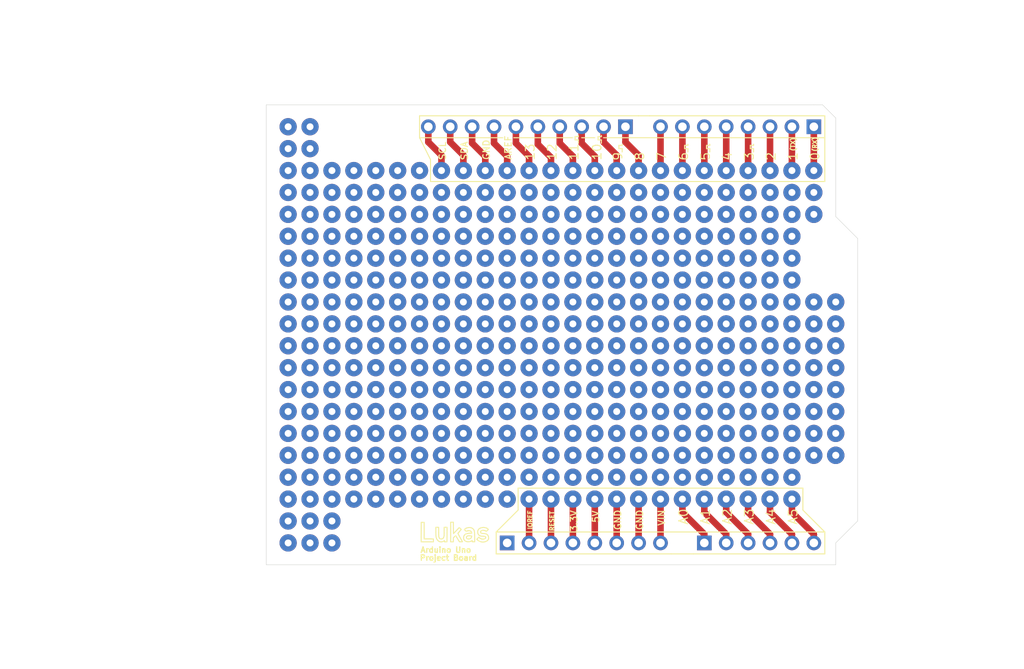
<source format=kicad_pcb>
(kicad_pcb (version 20171130) (host pcbnew "(5.1.9-0-10_14)")
  (layers (0 F.Cu signal) (31 B.Cu signal) (34 B.Paste user) (35 F.Paste user) (36 B.SilkS user) (37 F.SilkS user) (38 B.Mask user) (39 F.Mask user) (44 Edge.Cuts user))
  (net 0 "")
  (net 1 "Net-(J1-Pad8)")
  (net 2 "Net-(J1-Pad7)")
  (net 3 "Net-(J1-Pad6)")
  (net 4 "Net-(J1-Pad5)")
  (net 5 "Net-(J1-Pad4)")
  (net 6 "Net-(J1-Pad3)")
  (net 7 "Net-(J1-Pad2)")
  (net 8 "Net-(J1-Pad1)")
  (net 9 "Net-(J10-Pad1)")
  (net 10 "Net-(J11-Pad1)")
  (net 11 "Net-(J12-Pad1)")
  (net 12 "Net-(J13-Pad1)")
  (net 13 "Net-(J14-Pad1)")
  (net 14 "Net-(J15-Pad1)")
  (net 15 "Net-(J16-Pad1)")
  (net 16 "Net-(J17-Pad1)")
  (net 17 "Net-(J18-Pad1)")
  (net 18 "Net-(J19-Pad1)")
  (net 19 "Net-(J20-Pad1)")
  (net 20 "Net-(J21-Pad1)")
  (net 21 "Net-(J22-Pad1)")
  (net 22 "Net-(J23-Pad1)")
  (net 23 "Net-(J24-Pad1)")
  (net 24 "Net-(J25-Pad1)")
  (net 25 "Net-(J26-Pad1)")
  (net 26 "Net-(J27-Pad1)")
  (net 27 "Net-(J28-Pad1)")
  (net 28 "Net-(J29-Pad1)")
  (net 29 "Net-(J30-Pad1)")
  (net 30 "Net-(J31-Pad1)")
  (net 31 "Net-(J32-Pad1)")
  (net 32 "Net-(J33-Pad1)")
  (module lukas_logos:LukasLogo2_Tiny (layer F.Cu) (at 123.444 123.19)
    (fp_text reference G*** hide)
    (fp_text value LOGO hide)
  )
  (module Connector_PinHeader_2.54mm:PinHeader_1x08_P2.54mm_Vertical (layer F.Cu) (at 129.54 124.46 90)
    (fp_text reference J1 hide)
    (fp_text value CONN_POWER)
    (pad 8 thru_hole oval (at 0 17.78 90) (size 1.7 1.7) (drill 1) (layers *.Cu *.Mask) (net 1 "Net-(J1-Pad8)"))
    (pad 7 thru_hole oval (at 0 15.24 90) (size 1.7 1.7) (drill 1) (layers *.Cu *.Mask) (net 2 "Net-(J1-Pad7)"))
    (pad 6 thru_hole oval (at 0 12.7 90) (size 1.7 1.7) (drill 1) (layers *.Cu *.Mask) (net 3 "Net-(J1-Pad6)"))
    (pad 5 thru_hole oval (at 0 10.16 90) (size 1.7 1.7) (drill 1) (layers *.Cu *.Mask) (net 4 "Net-(J1-Pad5)"))
    (pad 4 thru_hole oval (at 0 7.62 90) (size 1.7 1.7) (drill 1) (layers *.Cu *.Mask) (net 5 "Net-(J1-Pad4)"))
    (pad 3 thru_hole oval (at 0 5.08 90) (size 1.7 1.7) (drill 1) (layers *.Cu *.Mask) (net 6 "Net-(J1-Pad3)"))
    (pad 2 thru_hole oval (at 0 2.54 90) (size 1.7 1.7) (drill 1) (layers *.Cu *.Mask) (net 7 "Net-(J1-Pad2)"))
    (pad 1 thru_hole rect (at 0 0 90) (size 1.7 1.7) (drill 1) (layers *.Cu *.Mask) (net 8 "Net-(J1-Pad1)"))
  )
  (module Connector_PinHeader_2.54mm:PinHeader_1x06_P2.54mm_Vertical (layer F.Cu) (at 152.4 124.46 90)
    (fp_text reference J2 hide)
    (fp_text value CONN_ANALOG_IN)
    (pad 1 thru_hole rect (at 0 0 90) (size 1.7 1.7) (drill 1) (layers *.Cu *.Mask) (net 9 "Net-(J10-Pad1)"))
    (pad 2 thru_hole oval (at 0 2.54 90) (size 1.7 1.7) (drill 1) (layers *.Cu *.Mask) (net 10 "Net-(J11-Pad1)"))
    (pad 3 thru_hole oval (at 0 5.08 90) (size 1.7 1.7) (drill 1) (layers *.Cu *.Mask) (net 11 "Net-(J12-Pad1)"))
    (pad 4 thru_hole oval (at 0 7.62 90) (size 1.7 1.7) (drill 1) (layers *.Cu *.Mask) (net 12 "Net-(J13-Pad1)"))
    (pad 5 thru_hole oval (at 0 10.16 90) (size 1.7 1.7) (drill 1) (layers *.Cu *.Mask) (net 13 "Net-(J14-Pad1)"))
    (pad 6 thru_hole oval (at 0 12.7 90) (size 1.7 1.7) (drill 1) (layers *.Cu *.Mask) (net 14 "Net-(J15-Pad1)"))
  )
  (module Connector_Wire:SolderWirePad_1x01_Drill0.8mm (layer F.Cu) (at 129.54 119.38)
    (fp_text reference REF** hide)
    (fp_text value SolderWirePad_1x01_Drill0.8mm)
    (pad 1 thru_hole circle (at 0 0) (size 1.99898 1.99898) (drill 0.8001) (layers *.Cu *.Mask))
  )
  (module Connector_Wire:SolderWirePad_1x01_Drill0.8mm (layer F.Cu) (at 127 119.38)
    (fp_text reference REF** hide)
    (fp_text value SolderWirePad_1x01_Drill0.8mm)
    (pad 1 thru_hole circle (at 0 0) (size 1.99898 1.99898) (drill 0.8001) (layers *.Cu *.Mask))
  )
  (module Connector_Wire:SolderWirePad_1x01_Drill0.8mm (layer F.Cu) (at 162.56 116.84)
    (fp_text reference REF** hide)
    (fp_text value SolderWirePad_1x01_Drill0.8mm)
    (pad 1 thru_hole circle (at 0 0) (size 1.99898 1.99898) (drill 0.8001) (layers *.Cu *.Mask))
  )
  (module Connector_Wire:SolderWirePad_1x01_Drill0.8mm (layer F.Cu) (at 160.02 116.84)
    (fp_text reference REF** hide)
    (fp_text value SolderWirePad_1x01_Drill0.8mm)
    (pad 1 thru_hole circle (at 0 0) (size 1.99898 1.99898) (drill 0.8001) (layers *.Cu *.Mask))
  )
  (module Connector_Wire:SolderWirePad_1x01_Drill0.8mm (layer F.Cu) (at 157.48 116.84)
    (fp_text reference REF** hide)
    (fp_text value SolderWirePad_1x01_Drill0.8mm)
    (pad 1 thru_hole circle (at 0 0) (size 1.99898 1.99898) (drill 0.8001) (layers *.Cu *.Mask))
  )
  (module Connector_Wire:SolderWirePad_1x01_Drill0.8mm (layer F.Cu) (at 154.94 116.84)
    (fp_text reference REF** hide)
    (fp_text value SolderWirePad_1x01_Drill0.8mm)
    (pad 1 thru_hole circle (at 0 0) (size 1.99898 1.99898) (drill 0.8001) (layers *.Cu *.Mask))
  )
  (module Connector_Wire:SolderWirePad_1x01_Drill0.8mm (layer F.Cu) (at 152.4 116.84)
    (fp_text reference REF** hide)
    (fp_text value SolderWirePad_1x01_Drill0.8mm)
    (pad 1 thru_hole circle (at 0 0) (size 1.99898 1.99898) (drill 0.8001) (layers *.Cu *.Mask))
  )
  (module Connector_Wire:SolderWirePad_1x01_Drill0.8mm (layer F.Cu) (at 149.86 116.84)
    (fp_text reference REF** hide)
    (fp_text value SolderWirePad_1x01_Drill0.8mm)
    (pad 1 thru_hole circle (at 0 0) (size 1.99898 1.99898) (drill 0.8001) (layers *.Cu *.Mask))
  )
  (module Connector_Wire:SolderWirePad_1x01_Drill0.8mm (layer F.Cu) (at 147.32 116.84)
    (fp_text reference REF** hide)
    (fp_text value SolderWirePad_1x01_Drill0.8mm)
    (pad 1 thru_hole circle (at 0 0) (size 1.99898 1.99898) (drill 0.8001) (layers *.Cu *.Mask))
  )
  (module Connector_Wire:SolderWirePad_1x01_Drill0.8mm (layer F.Cu) (at 144.78 116.84)
    (fp_text reference REF** hide)
    (fp_text value SolderWirePad_1x01_Drill0.8mm)
    (pad 1 thru_hole circle (at 0 0) (size 1.99898 1.99898) (drill 0.8001) (layers *.Cu *.Mask))
  )
  (module Connector_Wire:SolderWirePad_1x01_Drill0.8mm (layer F.Cu) (at 142.24 116.84)
    (fp_text reference REF** hide)
    (fp_text value SolderWirePad_1x01_Drill0.8mm)
    (pad 1 thru_hole circle (at 0 0) (size 1.99898 1.99898) (drill 0.8001) (layers *.Cu *.Mask))
  )
  (module Connector_Wire:SolderWirePad_1x01_Drill0.8mm (layer F.Cu) (at 139.7 116.84)
    (fp_text reference REF** hide)
    (fp_text value SolderWirePad_1x01_Drill0.8mm)
    (pad 1 thru_hole circle (at 0 0) (size 1.99898 1.99898) (drill 0.8001) (layers *.Cu *.Mask))
  )
  (module Connector_Wire:SolderWirePad_1x01_Drill0.8mm (layer F.Cu) (at 137.16 116.84)
    (fp_text reference REF** hide)
    (fp_text value SolderWirePad_1x01_Drill0.8mm)
    (pad 1 thru_hole circle (at 0 0) (size 1.99898 1.99898) (drill 0.8001) (layers *.Cu *.Mask))
  )
  (module Connector_Wire:SolderWirePad_1x01_Drill0.8mm (layer F.Cu) (at 134.62 116.84)
    (fp_text reference REF** hide)
    (fp_text value SolderWirePad_1x01_Drill0.8mm)
    (pad 1 thru_hole circle (at 0 0) (size 1.99898 1.99898) (drill 0.8001) (layers *.Cu *.Mask))
  )
  (module Connector_Wire:SolderWirePad_1x01_Drill0.8mm (layer F.Cu) (at 132.08 116.84)
    (fp_text reference REF** hide)
    (fp_text value SolderWirePad_1x01_Drill0.8mm)
    (pad 1 thru_hole circle (at 0 0) (size 1.99898 1.99898) (drill 0.8001) (layers *.Cu *.Mask))
  )
  (module Connector_PinHeader_2.54mm:PinHeader_1x10_P2.54mm_Vertical (layer F.Cu) (at 143.256 76.2 270)
    (fp_text reference J34 hide)
    (fp_text value CONN_DIGITAL_8-13)
    (pad 1 thru_hole rect (at 0 0 270) (size 1.7 1.7) (drill 1) (layers *.Cu *.Mask) (net 24 "Net-(J25-Pad1)"))
    (pad 2 thru_hole oval (at 0 2.54 270) (size 1.7 1.7) (drill 1) (layers *.Cu *.Mask) (net 23 "Net-(J24-Pad1)"))
    (pad 3 thru_hole oval (at 0 5.08 270) (size 1.7 1.7) (drill 1) (layers *.Cu *.Mask) (net 22 "Net-(J23-Pad1)"))
    (pad 4 thru_hole oval (at 0 7.62 270) (size 1.7 1.7) (drill 1) (layers *.Cu *.Mask) (net 21 "Net-(J22-Pad1)"))
    (pad 5 thru_hole oval (at 0 10.16 270) (size 1.7 1.7) (drill 1) (layers *.Cu *.Mask) (net 20 "Net-(J21-Pad1)"))
    (pad 6 thru_hole oval (at 0 12.7 270) (size 1.7 1.7) (drill 1) (layers *.Cu *.Mask) (net 19 "Net-(J20-Pad1)"))
    (pad 7 thru_hole oval (at 0 15.24 270) (size 1.7 1.7) (drill 1) (layers *.Cu *.Mask) (net 18 "Net-(J19-Pad1)"))
    (pad 8 thru_hole oval (at 0 17.78 270) (size 1.7 1.7) (drill 1) (layers *.Cu *.Mask) (net 17 "Net-(J18-Pad1)"))
    (pad 9 thru_hole oval (at 0 20.32 270) (size 1.7 1.7) (drill 1) (layers *.Cu *.Mask) (net 16 "Net-(J17-Pad1)"))
    (pad 10 thru_hole oval (at 0 22.86 270) (size 1.7 1.7) (drill 1) (layers *.Cu *.Mask) (net 15 "Net-(J16-Pad1)"))
  )
  (module Connector_PinHeader_2.54mm:PinHeader_1x08_P2.54mm_Vertical (layer F.Cu) (at 165.1 76.2 270)
    (fp_text reference J35)
    (fp_text value CONN_DIGITAL_0-7)
    (pad 1 thru_hole rect (at 0 0 270) (size 1.7 1.7) (drill 1) (layers *.Cu *.Mask) (net 32 "Net-(J33-Pad1)"))
    (pad 2 thru_hole oval (at 0 2.54 270) (size 1.7 1.7) (drill 1) (layers *.Cu *.Mask) (net 31 "Net-(J32-Pad1)"))
    (pad 3 thru_hole oval (at 0 5.08 270) (size 1.7 1.7) (drill 1) (layers *.Cu *.Mask) (net 30 "Net-(J31-Pad1)"))
    (pad 4 thru_hole oval (at 0 7.62 270) (size 1.7 1.7) (drill 1) (layers *.Cu *.Mask) (net 29 "Net-(J30-Pad1)"))
    (pad 5 thru_hole oval (at 0 10.16 270) (size 1.7 1.7) (drill 1) (layers *.Cu *.Mask) (net 28 "Net-(J29-Pad1)"))
    (pad 6 thru_hole oval (at 0 12.7 270) (size 1.7 1.7) (drill 1) (layers *.Cu *.Mask) (net 27 "Net-(J28-Pad1)"))
    (pad 7 thru_hole oval (at 0 15.24 270) (size 1.7 1.7) (drill 1) (layers *.Cu *.Mask) (net 26 "Net-(J27-Pad1)"))
    (pad 8 thru_hole oval (at 0 17.78 270) (size 1.7 1.7) (drill 1) (layers *.Cu *.Mask) (net 25 "Net-(J26-Pad1)"))
  )
  (module Connector_Wire:SolderWirePad_1x01_Drill0.8mm (layer F.Cu) (at 119.38 81.28)
    (fp_text reference REF** hide)
    (fp_text value SolderWirePad_1x01_Drill0.8mm)
    (pad 1 thru_hole circle (at 0 0) (size 1.99898 1.99898) (drill 0.8001) (layers *.Cu *.Mask))
  )
  (module Connector_Wire:SolderWirePad_1x01_Drill0.8mm (layer F.Cu) (at 165.1 83.82)
    (fp_text reference REF** hide)
    (fp_text value SolderWirePad_1x01_Drill0.8mm)
    (pad 1 thru_hole circle (at 0 0) (size 1.99898 1.99898) (drill 0.8001) (layers *.Cu *.Mask))
  )
  (module Connector_Wire:SolderWirePad_1x01_Drill0.8mm (layer F.Cu) (at 162.56 83.82)
    (fp_text reference REF** hide)
    (fp_text value SolderWirePad_1x01_Drill0.8mm)
    (pad 1 thru_hole circle (at 0 0) (size 1.99898 1.99898) (drill 0.8001) (layers *.Cu *.Mask))
  )
  (module Connector_Wire:SolderWirePad_1x01_Drill0.8mm (layer F.Cu) (at 160.02 83.82)
    (fp_text reference REF** hide)
    (fp_text value SolderWirePad_1x01_Drill0.8mm)
    (pad 1 thru_hole circle (at 0 0) (size 1.99898 1.99898) (drill 0.8001) (layers *.Cu *.Mask))
  )
  (module Connector_Wire:SolderWirePad_1x01_Drill0.8mm (layer F.Cu) (at 157.48 83.82)
    (fp_text reference REF** hide)
    (fp_text value SolderWirePad_1x01_Drill0.8mm)
    (pad 1 thru_hole circle (at 0 0) (size 1.99898 1.99898) (drill 0.8001) (layers *.Cu *.Mask))
  )
  (module Connector_Wire:SolderWirePad_1x01_Drill0.8mm (layer F.Cu) (at 154.94 83.82)
    (fp_text reference REF** hide)
    (fp_text value SolderWirePad_1x01_Drill0.8mm)
    (pad 1 thru_hole circle (at 0 0) (size 1.99898 1.99898) (drill 0.8001) (layers *.Cu *.Mask))
  )
  (module Connector_Wire:SolderWirePad_1x01_Drill0.8mm (layer F.Cu) (at 152.4 83.82)
    (fp_text reference REF** hide)
    (fp_text value SolderWirePad_1x01_Drill0.8mm)
    (pad 1 thru_hole circle (at 0 0) (size 1.99898 1.99898) (drill 0.8001) (layers *.Cu *.Mask))
  )
  (module Connector_Wire:SolderWirePad_1x01_Drill0.8mm (layer F.Cu) (at 149.86 83.82)
    (fp_text reference REF** hide)
    (fp_text value SolderWirePad_1x01_Drill0.8mm)
    (pad 1 thru_hole circle (at 0 0) (size 1.99898 1.99898) (drill 0.8001) (layers *.Cu *.Mask))
  )
  (module Connector_Wire:SolderWirePad_1x01_Drill0.8mm (layer F.Cu) (at 147.32 83.82)
    (fp_text reference REF** hide)
    (fp_text value SolderWirePad_1x01_Drill0.8mm)
    (pad 1 thru_hole circle (at 0 0) (size 1.99898 1.99898) (drill 0.8001) (layers *.Cu *.Mask))
  )
  (module Connector_Wire:SolderWirePad_1x01_Drill0.8mm (layer F.Cu) (at 144.78 83.82)
    (fp_text reference REF** hide)
    (fp_text value SolderWirePad_1x01_Drill0.8mm)
    (pad 1 thru_hole circle (at 0 0) (size 1.99898 1.99898) (drill 0.8001) (layers *.Cu *.Mask))
  )
  (module Connector_Wire:SolderWirePad_1x01_Drill0.8mm (layer F.Cu) (at 142.24 83.82)
    (fp_text reference REF** hide)
    (fp_text value SolderWirePad_1x01_Drill0.8mm)
    (pad 1 thru_hole circle (at 0 0) (size 1.99898 1.99898) (drill 0.8001) (layers *.Cu *.Mask))
  )
  (module Connector_Wire:SolderWirePad_1x01_Drill0.8mm (layer F.Cu) (at 139.7 83.82)
    (fp_text reference REF** hide)
    (fp_text value SolderWirePad_1x01_Drill0.8mm)
    (pad 1 thru_hole circle (at 0 0) (size 1.99898 1.99898) (drill 0.8001) (layers *.Cu *.Mask))
  )
  (module Connector_Wire:SolderWirePad_1x01_Drill0.8mm (layer F.Cu) (at 137.16 83.82)
    (fp_text reference REF** hide)
    (fp_text value SolderWirePad_1x01_Drill0.8mm)
    (pad 1 thru_hole circle (at 0 0) (size 1.99898 1.99898) (drill 0.8001) (layers *.Cu *.Mask))
  )
  (module Connector_Wire:SolderWirePad_1x01_Drill0.8mm (layer F.Cu) (at 134.62 83.82)
    (fp_text reference REF** hide)
    (fp_text value SolderWirePad_1x01_Drill0.8mm)
    (pad 1 thru_hole circle (at 0 0) (size 1.99898 1.99898) (drill 0.8001) (layers *.Cu *.Mask))
  )
  (module Connector_Wire:SolderWirePad_1x01_Drill0.8mm (layer F.Cu) (at 132.08 83.82)
    (fp_text reference REF** hide)
    (fp_text value SolderWirePad_1x01_Drill0.8mm)
    (pad 1 thru_hole circle (at 0 0) (size 1.99898 1.99898) (drill 0.8001) (layers *.Cu *.Mask))
  )
  (module Connector_Wire:SolderWirePad_1x01_Drill0.8mm (layer F.Cu) (at 129.54 83.82)
    (fp_text reference REF** hide)
    (fp_text value SolderWirePad_1x01_Drill0.8mm)
    (pad 1 thru_hole circle (at 0 0) (size 1.99898 1.99898) (drill 0.8001) (layers *.Cu *.Mask))
  )
  (module Connector_Wire:SolderWirePad_1x01_Drill0.8mm (layer F.Cu) (at 127 83.82)
    (fp_text reference REF** hide)
    (fp_text value SolderWirePad_1x01_Drill0.8mm)
    (pad 1 thru_hole circle (at 0 0) (size 1.99898 1.99898) (drill 0.8001) (layers *.Cu *.Mask))
  )
  (module Connector_Wire:SolderWirePad_1x01_Drill0.8mm (layer F.Cu) (at 124.46 83.82)
    (fp_text reference REF** hide)
    (fp_text value SolderWirePad_1x01_Drill0.8mm)
    (pad 1 thru_hole circle (at 0 0) (size 1.99898 1.99898) (drill 0.8001) (layers *.Cu *.Mask))
  )
  (module Connector_Wire:SolderWirePad_1x01_Drill0.8mm (layer F.Cu) (at 121.92 83.82)
    (fp_text reference REF** hide)
    (fp_text value SolderWirePad_1x01_Drill0.8mm)
    (pad 1 thru_hole circle (at 0 0) (size 1.99898 1.99898) (drill 0.8001) (layers *.Cu *.Mask))
  )
  (module Connector_Wire:SolderWirePad_1x01_Drill0.8mm (layer F.Cu) (at 119.38 83.82)
    (fp_text reference REF** hide)
    (fp_text value SolderWirePad_1x01_Drill0.8mm)
    (pad 1 thru_hole circle (at 0 0) (size 1.99898 1.99898) (drill 0.8001) (layers *.Cu *.Mask))
  )
  (module Connector_Wire:SolderWirePad_1x01_Drill0.8mm (layer F.Cu) (at 129.54 116.84)
    (fp_text reference REF** hide)
    (fp_text value SolderWirePad_1x01_Drill0.8mm)
    (pad 1 thru_hole circle (at 0 0) (size 1.99898 1.99898) (drill 0.8001) (layers *.Cu *.Mask))
  )
  (module Connector_Wire:SolderWirePad_1x01_Drill0.8mm (layer F.Cu) (at 127 116.84)
    (fp_text reference REF** hide)
    (fp_text value SolderWirePad_1x01_Drill0.8mm)
    (pad 1 thru_hole circle (at 0 0) (size 1.99898 1.99898) (drill 0.8001) (layers *.Cu *.Mask))
  )
  (module Connector_Wire:SolderWirePad_1x01_Drill0.8mm (layer F.Cu) (at 162.56 93.98)
    (fp_text reference REF** hide)
    (fp_text value SolderWirePad_1x01_Drill0.8mm)
    (pad 1 thru_hole circle (at 0 0) (size 1.99898 1.99898) (drill 0.8001) (layers *.Cu *.Mask))
  )
  (module Connector_Wire:SolderWirePad_1x01_Drill0.8mm (layer F.Cu) (at 160.02 93.98)
    (fp_text reference REF** hide)
    (fp_text value SolderWirePad_1x01_Drill0.8mm)
    (pad 1 thru_hole circle (at 0 0) (size 1.99898 1.99898) (drill 0.8001) (layers *.Cu *.Mask))
  )
  (module Connector_Wire:SolderWirePad_1x01_Drill0.8mm (layer F.Cu) (at 157.48 93.98)
    (fp_text reference REF** hide)
    (fp_text value SolderWirePad_1x01_Drill0.8mm)
    (pad 1 thru_hole circle (at 0 0) (size 1.99898 1.99898) (drill 0.8001) (layers *.Cu *.Mask))
  )
  (module Connector_Wire:SolderWirePad_1x01_Drill0.8mm (layer F.Cu) (at 154.94 93.98)
    (fp_text reference REF** hide)
    (fp_text value SolderWirePad_1x01_Drill0.8mm)
    (pad 1 thru_hole circle (at 0 0) (size 1.99898 1.99898) (drill 0.8001) (layers *.Cu *.Mask))
  )
  (module Connector_Wire:SolderWirePad_1x01_Drill0.8mm (layer F.Cu) (at 162.56 91.44)
    (fp_text reference REF** hide)
    (fp_text value SolderWirePad_1x01_Drill0.8mm)
    (pad 1 thru_hole circle (at 0 0) (size 1.99898 1.99898) (drill 0.8001) (layers *.Cu *.Mask))
  )
  (module Connector_Wire:SolderWirePad_1x01_Drill0.8mm (layer F.Cu) (at 160.02 91.44)
    (fp_text reference REF** hide)
    (fp_text value SolderWirePad_1x01_Drill0.8mm)
    (pad 1 thru_hole circle (at 0 0) (size 1.99898 1.99898) (drill 0.8001) (layers *.Cu *.Mask))
  )
  (module Connector_Wire:SolderWirePad_1x01_Drill0.8mm (layer F.Cu) (at 157.48 91.44)
    (fp_text reference REF** hide)
    (fp_text value SolderWirePad_1x01_Drill0.8mm)
    (pad 1 thru_hole circle (at 0 0) (size 1.99898 1.99898) (drill 0.8001) (layers *.Cu *.Mask))
  )
  (module Connector_Wire:SolderWirePad_1x01_Drill0.8mm (layer F.Cu) (at 154.94 91.44)
    (fp_text reference REF** hide)
    (fp_text value SolderWirePad_1x01_Drill0.8mm)
    (pad 1 thru_hole circle (at 0 0) (size 1.99898 1.99898) (drill 0.8001) (layers *.Cu *.Mask))
  )
  (module Connector_Wire:SolderWirePad_1x01_Drill0.8mm (layer F.Cu) (at 162.56 88.9)
    (fp_text reference REF** hide)
    (fp_text value SolderWirePad_1x01_Drill0.8mm)
    (pad 1 thru_hole circle (at 0 0) (size 1.99898 1.99898) (drill 0.8001) (layers *.Cu *.Mask))
  )
  (module Connector_Wire:SolderWirePad_1x01_Drill0.8mm (layer F.Cu) (at 160.02 88.9)
    (fp_text reference REF** hide)
    (fp_text value SolderWirePad_1x01_Drill0.8mm)
    (pad 1 thru_hole circle (at 0 0) (size 1.99898 1.99898) (drill 0.8001) (layers *.Cu *.Mask))
  )
  (module Connector_Wire:SolderWirePad_1x01_Drill0.8mm (layer F.Cu) (at 157.48 88.9)
    (fp_text reference REF** hide)
    (fp_text value SolderWirePad_1x01_Drill0.8mm)
    (pad 1 thru_hole circle (at 0 0) (size 1.99898 1.99898) (drill 0.8001) (layers *.Cu *.Mask))
  )
  (module Connector_Wire:SolderWirePad_1x01_Drill0.8mm (layer F.Cu) (at 154.94 88.9)
    (fp_text reference REF** hide)
    (fp_text value SolderWirePad_1x01_Drill0.8mm)
    (pad 1 thru_hole circle (at 0 0) (size 1.99898 1.99898) (drill 0.8001) (layers *.Cu *.Mask))
  )
  (module Connector_Wire:SolderWirePad_1x01_Drill0.8mm (layer F.Cu) (at 165.1 86.36)
    (fp_text reference REF** hide)
    (fp_text value SolderWirePad_1x01_Drill0.8mm)
    (pad 1 thru_hole circle (at 0 0) (size 1.99898 1.99898) (drill 0.8001) (layers *.Cu *.Mask))
  )
  (module Connector_Wire:SolderWirePad_1x01_Drill0.8mm (layer F.Cu) (at 162.56 86.36)
    (fp_text reference REF** hide)
    (fp_text value SolderWirePad_1x01_Drill0.8mm)
    (pad 1 thru_hole circle (at 0 0) (size 1.99898 1.99898) (drill 0.8001) (layers *.Cu *.Mask))
  )
  (module Connector_Wire:SolderWirePad_1x01_Drill0.8mm (layer F.Cu) (at 160.02 86.36)
    (fp_text reference REF** hide)
    (fp_text value SolderWirePad_1x01_Drill0.8mm)
    (pad 1 thru_hole circle (at 0 0) (size 1.99898 1.99898) (drill 0.8001) (layers *.Cu *.Mask))
  )
  (module Connector_Wire:SolderWirePad_1x01_Drill0.8mm (layer F.Cu) (at 157.48 86.36)
    (fp_text reference REF** hide)
    (fp_text value SolderWirePad_1x01_Drill0.8mm)
    (pad 1 thru_hole circle (at 0 0) (size 1.99898 1.99898) (drill 0.8001) (layers *.Cu *.Mask))
  )
  (module Connector_Wire:SolderWirePad_1x01_Drill0.8mm (layer F.Cu) (at 116.84 83.82)
    (fp_text reference REF** hide)
    (fp_text value SolderWirePad_1x01_Drill0.8mm)
    (pad 1 thru_hole circle (at 0 0) (size 1.99898 1.99898) (drill 0.8001) (layers *.Cu *.Mask))
  )
  (module Connector_Wire:SolderWirePad_1x01_Drill0.8mm (layer F.Cu) (at 114.3 83.82)
    (fp_text reference REF** hide)
    (fp_text value SolderWirePad_1x01_Drill0.8mm)
    (pad 1 thru_hole circle (at 0 0) (size 1.99898 1.99898) (drill 0.8001) (layers *.Cu *.Mask))
  )
  (module Connector_Wire:SolderWirePad_1x01_Drill0.8mm (layer F.Cu) (at 111.76 83.82)
    (fp_text reference REF** hide)
    (fp_text value SolderWirePad_1x01_Drill0.8mm)
    (pad 1 thru_hole circle (at 0 0) (size 1.99898 1.99898) (drill 0.8001) (layers *.Cu *.Mask))
  )
  (module Connector_Wire:SolderWirePad_1x01_Drill0.8mm (layer F.Cu) (at 116.84 81.28)
    (fp_text reference REF** hide)
    (fp_text value SolderWirePad_1x01_Drill0.8mm)
    (pad 1 thru_hole circle (at 0 0) (size 1.99898 1.99898) (drill 0.8001) (layers *.Cu *.Mask))
  )
  (module Connector_Wire:SolderWirePad_1x01_Drill0.8mm (layer F.Cu) (at 114.3 81.28)
    (fp_text reference REF** hide)
    (fp_text value SolderWirePad_1x01_Drill0.8mm)
    (pad 1 thru_hole circle (at 0 0) (size 1.99898 1.99898) (drill 0.8001) (layers *.Cu *.Mask))
  )
  (module Connector_Wire:SolderWirePad_1x01_Drill0.8mm (layer F.Cu) (at 106.68 78.74)
    (fp_text reference REF** hide)
    (fp_text value SolderWirePad_1x01_Drill0.8mm)
    (pad 1 thru_hole circle (at 0 0) (size 1.99898 1.99898) (drill 0.8001) (layers *.Cu *.Mask))
  )
  (module Connector_Wire:SolderWirePad_1x01_Drill0.8mm (layer F.Cu) (at 104.14 78.74)
    (fp_text reference REF** hide)
    (fp_text value SolderWirePad_1x01_Drill0.8mm)
    (pad 1 thru_hole circle (at 0 0) (size 1.99898 1.99898) (drill 0.8001) (layers *.Cu *.Mask))
  )
  (module Connector_Wire:SolderWirePad_1x01_Drill0.8mm (layer F.Cu) (at 106.68 76.2)
    (fp_text reference REF** hide)
    (fp_text value SolderWirePad_1x01_Drill0.8mm)
    (pad 1 thru_hole circle (at 0 0) (size 1.99898 1.99898) (drill 0.8001) (layers *.Cu *.Mask))
  )
  (module Connector_Wire:SolderWirePad_1x01_Drill0.8mm (layer F.Cu) (at 154.94 86.36)
    (fp_text reference REF** hide)
    (fp_text value SolderWirePad_1x01_Drill0.8mm)
    (pad 1 thru_hole circle (at 0 0) (size 1.99898 1.99898) (drill 0.8001) (layers *.Cu *.Mask))
  )
  (module Connector_Wire:SolderWirePad_1x01_Drill0.8mm (layer F.Cu) (at 167.64 109.22)
    (fp_text reference REF** hide)
    (fp_text value SolderWirePad_1x01_Drill0.8mm)
    (pad 1 thru_hole circle (at 0 0) (size 1.99898 1.99898) (drill 0.8001) (layers *.Cu *.Mask))
  )
  (module Connector_Wire:SolderWirePad_1x01_Drill0.8mm (layer F.Cu) (at 111.76 81.28)
    (fp_text reference REF** hide)
    (fp_text value SolderWirePad_1x01_Drill0.8mm)
    (pad 1 thru_hole circle (at 0 0) (size 1.99898 1.99898) (drill 0.8001) (layers *.Cu *.Mask))
  )
  (module Connector_Wire:SolderWirePad_1x01_Drill0.8mm (layer F.Cu) (at 167.64 106.68)
    (fp_text reference REF** hide)
    (fp_text value SolderWirePad_1x01_Drill0.8mm)
    (pad 1 thru_hole circle (at 0 0) (size 1.99898 1.99898) (drill 0.8001) (layers *.Cu *.Mask))
  )
  (module Connector_Wire:SolderWirePad_1x01_Drill0.8mm (layer F.Cu) (at 165.1 106.68)
    (fp_text reference REF** hide)
    (fp_text value SolderWirePad_1x01_Drill0.8mm)
    (pad 1 thru_hole circle (at 0 0) (size 1.99898 1.99898) (drill 0.8001) (layers *.Cu *.Mask))
  )
  (module Connector_Wire:SolderWirePad_1x01_Drill0.8mm (layer F.Cu) (at 162.56 106.68)
    (fp_text reference REF** hide)
    (fp_text value SolderWirePad_1x01_Drill0.8mm)
    (pad 1 thru_hole circle (at 0 0) (size 1.99898 1.99898) (drill 0.8001) (layers *.Cu *.Mask))
  )
  (module Connector_Wire:SolderWirePad_1x01_Drill0.8mm (layer F.Cu) (at 160.02 106.68)
    (fp_text reference REF** hide)
    (fp_text value SolderWirePad_1x01_Drill0.8mm)
    (pad 1 thru_hole circle (at 0 0) (size 1.99898 1.99898) (drill 0.8001) (layers *.Cu *.Mask))
  )
  (module Connector_Wire:SolderWirePad_1x01_Drill0.8mm (layer F.Cu) (at 157.48 106.68)
    (fp_text reference REF** hide)
    (fp_text value SolderWirePad_1x01_Drill0.8mm)
    (pad 1 thru_hole circle (at 0 0) (size 1.99898 1.99898) (drill 0.8001) (layers *.Cu *.Mask))
  )
  (module Connector_Wire:SolderWirePad_1x01_Drill0.8mm (layer F.Cu) (at 154.94 106.68)
    (fp_text reference REF** hide)
    (fp_text value SolderWirePad_1x01_Drill0.8mm)
    (pad 1 thru_hole circle (at 0 0) (size 1.99898 1.99898) (drill 0.8001) (layers *.Cu *.Mask))
  )
  (module Connector_Wire:SolderWirePad_1x01_Drill0.8mm (layer F.Cu) (at 167.64 104.14)
    (fp_text reference REF** hide)
    (fp_text value SolderWirePad_1x01_Drill0.8mm)
    (pad 1 thru_hole circle (at 0 0) (size 1.99898 1.99898) (drill 0.8001) (layers *.Cu *.Mask))
  )
  (module Connector_Wire:SolderWirePad_1x01_Drill0.8mm (layer F.Cu) (at 165.1 104.14)
    (fp_text reference REF** hide)
    (fp_text value SolderWirePad_1x01_Drill0.8mm)
    (pad 1 thru_hole circle (at 0 0) (size 1.99898 1.99898) (drill 0.8001) (layers *.Cu *.Mask))
  )
  (module Connector_Wire:SolderWirePad_1x01_Drill0.8mm (layer F.Cu) (at 162.56 104.14)
    (fp_text reference REF** hide)
    (fp_text value SolderWirePad_1x01_Drill0.8mm)
    (pad 1 thru_hole circle (at 0 0) (size 1.99898 1.99898) (drill 0.8001) (layers *.Cu *.Mask))
  )
  (module Connector_Wire:SolderWirePad_1x01_Drill0.8mm (layer F.Cu) (at 160.02 104.14)
    (fp_text reference REF** hide)
    (fp_text value SolderWirePad_1x01_Drill0.8mm)
    (pad 1 thru_hole circle (at 0 0) (size 1.99898 1.99898) (drill 0.8001) (layers *.Cu *.Mask))
  )
  (module Connector_Wire:SolderWirePad_1x01_Drill0.8mm (layer F.Cu) (at 157.48 104.14)
    (fp_text reference REF** hide)
    (fp_text value SolderWirePad_1x01_Drill0.8mm)
    (pad 1 thru_hole circle (at 0 0) (size 1.99898 1.99898) (drill 0.8001) (layers *.Cu *.Mask))
  )
  (module Connector_Wire:SolderWirePad_1x01_Drill0.8mm (layer F.Cu) (at 154.94 104.14)
    (fp_text reference REF** hide)
    (fp_text value SolderWirePad_1x01_Drill0.8mm)
    (pad 1 thru_hole circle (at 0 0) (size 1.99898 1.99898) (drill 0.8001) (layers *.Cu *.Mask))
  )
  (module Connector_Wire:SolderWirePad_1x01_Drill0.8mm (layer F.Cu) (at 167.64 101.6)
    (fp_text reference REF** hide)
    (fp_text value SolderWirePad_1x01_Drill0.8mm)
    (pad 1 thru_hole circle (at 0 0) (size 1.99898 1.99898) (drill 0.8001) (layers *.Cu *.Mask))
  )
  (module Connector_Wire:SolderWirePad_1x01_Drill0.8mm (layer F.Cu) (at 165.1 101.6)
    (fp_text reference REF** hide)
    (fp_text value SolderWirePad_1x01_Drill0.8mm)
    (pad 1 thru_hole circle (at 0 0) (size 1.99898 1.99898) (drill 0.8001) (layers *.Cu *.Mask))
  )
  (module Connector_Wire:SolderWirePad_1x01_Drill0.8mm (layer F.Cu) (at 162.56 101.6)
    (fp_text reference REF** hide)
    (fp_text value SolderWirePad_1x01_Drill0.8mm)
    (pad 1 thru_hole circle (at 0 0) (size 1.99898 1.99898) (drill 0.8001) (layers *.Cu *.Mask))
  )
  (module Connector_Wire:SolderWirePad_1x01_Drill0.8mm (layer F.Cu) (at 160.02 101.6)
    (fp_text reference REF** hide)
    (fp_text value SolderWirePad_1x01_Drill0.8mm)
    (pad 1 thru_hole circle (at 0 0) (size 1.99898 1.99898) (drill 0.8001) (layers *.Cu *.Mask))
  )
  (module Connector_Wire:SolderWirePad_1x01_Drill0.8mm (layer F.Cu) (at 157.48 101.6)
    (fp_text reference REF** hide)
    (fp_text value SolderWirePad_1x01_Drill0.8mm)
    (pad 1 thru_hole circle (at 0 0) (size 1.99898 1.99898) (drill 0.8001) (layers *.Cu *.Mask))
  )
  (module Connector_Wire:SolderWirePad_1x01_Drill0.8mm (layer F.Cu) (at 154.94 101.6)
    (fp_text reference REF** hide)
    (fp_text value SolderWirePad_1x01_Drill0.8mm)
    (pad 1 thru_hole circle (at 0 0) (size 1.99898 1.99898) (drill 0.8001) (layers *.Cu *.Mask))
  )
  (module Connector_Wire:SolderWirePad_1x01_Drill0.8mm (layer F.Cu) (at 167.64 99.06)
    (fp_text reference REF** hide)
    (fp_text value SolderWirePad_1x01_Drill0.8mm)
    (pad 1 thru_hole circle (at 0 0) (size 1.99898 1.99898) (drill 0.8001) (layers *.Cu *.Mask))
  )
  (module Connector_Wire:SolderWirePad_1x01_Drill0.8mm (layer F.Cu) (at 165.1 99.06)
    (fp_text reference REF** hide)
    (fp_text value SolderWirePad_1x01_Drill0.8mm)
    (pad 1 thru_hole circle (at 0 0) (size 1.99898 1.99898) (drill 0.8001) (layers *.Cu *.Mask))
  )
  (module Connector_Wire:SolderWirePad_1x01_Drill0.8mm (layer F.Cu) (at 162.56 99.06)
    (fp_text reference REF** hide)
    (fp_text value SolderWirePad_1x01_Drill0.8mm)
    (pad 1 thru_hole circle (at 0 0) (size 1.99898 1.99898) (drill 0.8001) (layers *.Cu *.Mask))
  )
  (module Connector_Wire:SolderWirePad_1x01_Drill0.8mm (layer F.Cu) (at 160.02 99.06)
    (fp_text reference REF** hide)
    (fp_text value SolderWirePad_1x01_Drill0.8mm)
    (pad 1 thru_hole circle (at 0 0) (size 1.99898 1.99898) (drill 0.8001) (layers *.Cu *.Mask))
  )
  (module Connector_Wire:SolderWirePad_1x01_Drill0.8mm (layer F.Cu) (at 157.48 99.06)
    (fp_text reference REF** hide)
    (fp_text value SolderWirePad_1x01_Drill0.8mm)
    (pad 1 thru_hole circle (at 0 0) (size 1.99898 1.99898) (drill 0.8001) (layers *.Cu *.Mask))
  )
  (module Connector_Wire:SolderWirePad_1x01_Drill0.8mm (layer F.Cu) (at 154.94 99.06)
    (fp_text reference REF** hide)
    (fp_text value SolderWirePad_1x01_Drill0.8mm)
    (pad 1 thru_hole circle (at 0 0) (size 1.99898 1.99898) (drill 0.8001) (layers *.Cu *.Mask))
  )
  (module Connector_Wire:SolderWirePad_1x01_Drill0.8mm (layer F.Cu) (at 167.64 96.52)
    (fp_text reference REF** hide)
    (fp_text value SolderWirePad_1x01_Drill0.8mm)
    (pad 1 thru_hole circle (at 0 0) (size 1.99898 1.99898) (drill 0.8001) (layers *.Cu *.Mask))
  )
  (module Connector_Wire:SolderWirePad_1x01_Drill0.8mm (layer F.Cu) (at 165.1 96.52)
    (fp_text reference REF** hide)
    (fp_text value SolderWirePad_1x01_Drill0.8mm)
    (pad 1 thru_hole circle (at 0 0) (size 1.99898 1.99898) (drill 0.8001) (layers *.Cu *.Mask))
  )
  (module Connector_Wire:SolderWirePad_1x01_Drill0.8mm (layer F.Cu) (at 162.56 96.52)
    (fp_text reference REF** hide)
    (fp_text value SolderWirePad_1x01_Drill0.8mm)
    (pad 1 thru_hole circle (at 0 0) (size 1.99898 1.99898) (drill 0.8001) (layers *.Cu *.Mask))
  )
  (module Connector_Wire:SolderWirePad_1x01_Drill0.8mm (layer F.Cu) (at 160.02 96.52)
    (fp_text reference REF** hide)
    (fp_text value SolderWirePad_1x01_Drill0.8mm)
    (pad 1 thru_hole circle (at 0 0) (size 1.99898 1.99898) (drill 0.8001) (layers *.Cu *.Mask))
  )
  (module Connector_Wire:SolderWirePad_1x01_Drill0.8mm (layer F.Cu) (at 157.48 96.52)
    (fp_text reference REF** hide)
    (fp_text value SolderWirePad_1x01_Drill0.8mm)
    (pad 1 thru_hole circle (at 0 0) (size 1.99898 1.99898) (drill 0.8001) (layers *.Cu *.Mask))
  )
  (module Connector_Wire:SolderWirePad_1x01_Drill0.8mm (layer F.Cu) (at 167.64 114.3)
    (fp_text reference REF** hide)
    (fp_text value SolderWirePad_1x01_Drill0.8mm)
    (pad 1 thru_hole circle (at 0 0) (size 1.99898 1.99898) (drill 0.8001) (layers *.Cu *.Mask))
  )
  (module Connector_Wire:SolderWirePad_1x01_Drill0.8mm (layer F.Cu) (at 165.1 114.3)
    (fp_text reference REF** hide)
    (fp_text value SolderWirePad_1x01_Drill0.8mm)
    (pad 1 thru_hole circle (at 0 0) (size 1.99898 1.99898) (drill 0.8001) (layers *.Cu *.Mask))
  )
  (module Connector_Wire:SolderWirePad_1x01_Drill0.8mm (layer F.Cu) (at 162.56 114.3)
    (fp_text reference REF** hide)
    (fp_text value SolderWirePad_1x01_Drill0.8mm)
    (pad 1 thru_hole circle (at 0 0) (size 1.99898 1.99898) (drill 0.8001) (layers *.Cu *.Mask))
  )
  (module Connector_Wire:SolderWirePad_1x01_Drill0.8mm (layer F.Cu) (at 160.02 114.3)
    (fp_text reference REF** hide)
    (fp_text value SolderWirePad_1x01_Drill0.8mm)
    (pad 1 thru_hole circle (at 0 0) (size 1.99898 1.99898) (drill 0.8001) (layers *.Cu *.Mask))
  )
  (module Connector_Wire:SolderWirePad_1x01_Drill0.8mm (layer F.Cu) (at 157.48 114.3)
    (fp_text reference REF** hide)
    (fp_text value SolderWirePad_1x01_Drill0.8mm)
    (pad 1 thru_hole circle (at 0 0) (size 1.99898 1.99898) (drill 0.8001) (layers *.Cu *.Mask))
  )
  (module Connector_Wire:SolderWirePad_1x01_Drill0.8mm (layer F.Cu) (at 154.94 114.3)
    (fp_text reference REF** hide)
    (fp_text value SolderWirePad_1x01_Drill0.8mm)
    (pad 1 thru_hole circle (at 0 0) (size 1.99898 1.99898) (drill 0.8001) (layers *.Cu *.Mask))
  )
  (module Connector_Wire:SolderWirePad_1x01_Drill0.8mm (layer F.Cu) (at 152.4 114.3)
    (fp_text reference REF** hide)
    (fp_text value SolderWirePad_1x01_Drill0.8mm)
    (pad 1 thru_hole circle (at 0 0) (size 1.99898 1.99898) (drill 0.8001) (layers *.Cu *.Mask))
  )
  (module Connector_Wire:SolderWirePad_1x01_Drill0.8mm (layer F.Cu) (at 149.86 114.3)
    (fp_text reference REF** hide)
    (fp_text value SolderWirePad_1x01_Drill0.8mm)
    (pad 1 thru_hole circle (at 0 0) (size 1.99898 1.99898) (drill 0.8001) (layers *.Cu *.Mask))
  )
  (module Connector_Wire:SolderWirePad_1x01_Drill0.8mm (layer F.Cu) (at 147.32 114.3)
    (fp_text reference REF** hide)
    (fp_text value SolderWirePad_1x01_Drill0.8mm)
    (pad 1 thru_hole circle (at 0 0) (size 1.99898 1.99898) (drill 0.8001) (layers *.Cu *.Mask))
  )
  (module Connector_Wire:SolderWirePad_1x01_Drill0.8mm (layer F.Cu) (at 144.78 114.3)
    (fp_text reference REF** hide)
    (fp_text value SolderWirePad_1x01_Drill0.8mm)
    (pad 1 thru_hole circle (at 0 0) (size 1.99898 1.99898) (drill 0.8001) (layers *.Cu *.Mask))
  )
  (module Connector_Wire:SolderWirePad_1x01_Drill0.8mm (layer F.Cu) (at 142.24 114.3)
    (fp_text reference REF** hide)
    (fp_text value SolderWirePad_1x01_Drill0.8mm)
    (pad 1 thru_hole circle (at 0 0) (size 1.99898 1.99898) (drill 0.8001) (layers *.Cu *.Mask))
  )
  (module Connector_Wire:SolderWirePad_1x01_Drill0.8mm (layer F.Cu) (at 139.7 114.3)
    (fp_text reference REF** hide)
    (fp_text value SolderWirePad_1x01_Drill0.8mm)
    (pad 1 thru_hole circle (at 0 0) (size 1.99898 1.99898) (drill 0.8001) (layers *.Cu *.Mask))
  )
  (module Connector_Wire:SolderWirePad_1x01_Drill0.8mm (layer F.Cu) (at 137.16 114.3)
    (fp_text reference REF** hide)
    (fp_text value SolderWirePad_1x01_Drill0.8mm)
    (pad 1 thru_hole circle (at 0 0) (size 1.99898 1.99898) (drill 0.8001) (layers *.Cu *.Mask))
  )
  (module Connector_Wire:SolderWirePad_1x01_Drill0.8mm (layer F.Cu) (at 134.62 114.3)
    (fp_text reference REF** hide)
    (fp_text value SolderWirePad_1x01_Drill0.8mm)
    (pad 1 thru_hole circle (at 0 0) (size 1.99898 1.99898) (drill 0.8001) (layers *.Cu *.Mask))
  )
  (module Connector_Wire:SolderWirePad_1x01_Drill0.8mm (layer F.Cu) (at 167.64 111.76)
    (fp_text reference REF** hide)
    (fp_text value SolderWirePad_1x01_Drill0.8mm)
    (pad 1 thru_hole circle (at 0 0) (size 1.99898 1.99898) (drill 0.8001) (layers *.Cu *.Mask))
  )
  (module Connector_Wire:SolderWirePad_1x01_Drill0.8mm (layer F.Cu) (at 165.1 111.76)
    (fp_text reference REF** hide)
    (fp_text value SolderWirePad_1x01_Drill0.8mm)
    (pad 1 thru_hole circle (at 0 0) (size 1.99898 1.99898) (drill 0.8001) (layers *.Cu *.Mask))
  )
  (module Connector_Wire:SolderWirePad_1x01_Drill0.8mm (layer F.Cu) (at 162.56 111.76)
    (fp_text reference REF** hide)
    (fp_text value SolderWirePad_1x01_Drill0.8mm)
    (pad 1 thru_hole circle (at 0 0) (size 1.99898 1.99898) (drill 0.8001) (layers *.Cu *.Mask))
  )
  (module Connector_Wire:SolderWirePad_1x01_Drill0.8mm (layer F.Cu) (at 160.02 111.76)
    (fp_text reference REF** hide)
    (fp_text value SolderWirePad_1x01_Drill0.8mm)
    (pad 1 thru_hole circle (at 0 0) (size 1.99898 1.99898) (drill 0.8001) (layers *.Cu *.Mask))
  )
  (module Connector_Wire:SolderWirePad_1x01_Drill0.8mm (layer F.Cu) (at 157.48 111.76)
    (fp_text reference REF** hide)
    (fp_text value SolderWirePad_1x01_Drill0.8mm)
    (pad 1 thru_hole circle (at 0 0) (size 1.99898 1.99898) (drill 0.8001) (layers *.Cu *.Mask))
  )
  (module Connector_Wire:SolderWirePad_1x01_Drill0.8mm (layer F.Cu) (at 154.94 111.76)
    (fp_text reference REF** hide)
    (fp_text value SolderWirePad_1x01_Drill0.8mm)
    (pad 1 thru_hole circle (at 0 0) (size 1.99898 1.99898) (drill 0.8001) (layers *.Cu *.Mask))
  )
  (module Connector_Wire:SolderWirePad_1x01_Drill0.8mm (layer F.Cu) (at 152.4 111.76)
    (fp_text reference REF** hide)
    (fp_text value SolderWirePad_1x01_Drill0.8mm)
    (pad 1 thru_hole circle (at 0 0) (size 1.99898 1.99898) (drill 0.8001) (layers *.Cu *.Mask))
  )
  (module Connector_Wire:SolderWirePad_1x01_Drill0.8mm (layer F.Cu) (at 149.86 111.76)
    (fp_text reference REF** hide)
    (fp_text value SolderWirePad_1x01_Drill0.8mm)
    (pad 1 thru_hole circle (at 0 0) (size 1.99898 1.99898) (drill 0.8001) (layers *.Cu *.Mask))
  )
  (module Connector_Wire:SolderWirePad_1x01_Drill0.8mm (layer F.Cu) (at 147.32 111.76)
    (fp_text reference REF** hide)
    (fp_text value SolderWirePad_1x01_Drill0.8mm)
    (pad 1 thru_hole circle (at 0 0) (size 1.99898 1.99898) (drill 0.8001) (layers *.Cu *.Mask))
  )
  (module Connector_Wire:SolderWirePad_1x01_Drill0.8mm (layer F.Cu) (at 144.78 111.76)
    (fp_text reference REF** hide)
    (fp_text value SolderWirePad_1x01_Drill0.8mm)
    (pad 1 thru_hole circle (at 0 0) (size 1.99898 1.99898) (drill 0.8001) (layers *.Cu *.Mask))
  )
  (module Connector_Wire:SolderWirePad_1x01_Drill0.8mm (layer F.Cu) (at 142.24 111.76)
    (fp_text reference REF** hide)
    (fp_text value SolderWirePad_1x01_Drill0.8mm)
    (pad 1 thru_hole circle (at 0 0) (size 1.99898 1.99898) (drill 0.8001) (layers *.Cu *.Mask))
  )
  (module Connector_Wire:SolderWirePad_1x01_Drill0.8mm (layer F.Cu) (at 139.7 111.76)
    (fp_text reference REF** hide)
    (fp_text value SolderWirePad_1x01_Drill0.8mm)
    (pad 1 thru_hole circle (at 0 0) (size 1.99898 1.99898) (drill 0.8001) (layers *.Cu *.Mask))
  )
  (module Connector_Wire:SolderWirePad_1x01_Drill0.8mm (layer F.Cu) (at 137.16 111.76)
    (fp_text reference REF** hide)
    (fp_text value SolderWirePad_1x01_Drill0.8mm)
    (pad 1 thru_hole circle (at 0 0) (size 1.99898 1.99898) (drill 0.8001) (layers *.Cu *.Mask))
  )
  (module Connector_Wire:SolderWirePad_1x01_Drill0.8mm (layer F.Cu) (at 134.62 111.76)
    (fp_text reference REF** hide)
    (fp_text value SolderWirePad_1x01_Drill0.8mm)
    (pad 1 thru_hole circle (at 0 0) (size 1.99898 1.99898) (drill 0.8001) (layers *.Cu *.Mask))
  )
  (module Connector_Wire:SolderWirePad_1x01_Drill0.8mm (layer F.Cu) (at 154.94 96.52)
    (fp_text reference REF** hide)
    (fp_text value SolderWirePad_1x01_Drill0.8mm)
    (pad 1 thru_hole circle (at 0 0) (size 1.99898 1.99898) (drill 0.8001) (layers *.Cu *.Mask))
  )
  (module Connector_Wire:SolderWirePad_1x01_Drill0.8mm (layer F.Cu) (at 165.1 109.22)
    (fp_text reference REF** hide)
    (fp_text value SolderWirePad_1x01_Drill0.8mm)
    (pad 1 thru_hole circle (at 0 0) (size 1.99898 1.99898) (drill 0.8001) (layers *.Cu *.Mask))
  )
  (module Connector_Wire:SolderWirePad_1x01_Drill0.8mm (layer F.Cu) (at 162.56 109.22)
    (fp_text reference REF** hide)
    (fp_text value SolderWirePad_1x01_Drill0.8mm)
    (pad 1 thru_hole circle (at 0 0) (size 1.99898 1.99898) (drill 0.8001) (layers *.Cu *.Mask))
  )
  (module Connector_Wire:SolderWirePad_1x01_Drill0.8mm (layer F.Cu) (at 160.02 109.22)
    (fp_text reference REF** hide)
    (fp_text value SolderWirePad_1x01_Drill0.8mm)
    (pad 1 thru_hole circle (at 0 0) (size 1.99898 1.99898) (drill 0.8001) (layers *.Cu *.Mask))
  )
  (module Connector_Wire:SolderWirePad_1x01_Drill0.8mm (layer F.Cu) (at 157.48 109.22)
    (fp_text reference REF** hide)
    (fp_text value SolderWirePad_1x01_Drill0.8mm)
    (pad 1 thru_hole circle (at 0 0) (size 1.99898 1.99898) (drill 0.8001) (layers *.Cu *.Mask))
  )
  (module Connector_Wire:SolderWirePad_1x01_Drill0.8mm (layer F.Cu) (at 154.94 109.22)
    (fp_text reference REF** hide)
    (fp_text value SolderWirePad_1x01_Drill0.8mm)
    (pad 1 thru_hole circle (at 0 0) (size 1.99898 1.99898) (drill 0.8001) (layers *.Cu *.Mask))
  )
  (module Connector_Wire:SolderWirePad_1x01_Drill0.8mm (layer F.Cu) (at 152.4 109.22)
    (fp_text reference REF** hide)
    (fp_text value SolderWirePad_1x01_Drill0.8mm)
    (pad 1 thru_hole circle (at 0 0) (size 1.99898 1.99898) (drill 0.8001) (layers *.Cu *.Mask))
  )
  (module Connector_Wire:SolderWirePad_1x01_Drill0.8mm (layer F.Cu) (at 149.86 109.22)
    (fp_text reference REF** hide)
    (fp_text value SolderWirePad_1x01_Drill0.8mm)
    (pad 1 thru_hole circle (at 0 0) (size 1.99898 1.99898) (drill 0.8001) (layers *.Cu *.Mask))
  )
  (module Connector_Wire:SolderWirePad_1x01_Drill0.8mm (layer F.Cu) (at 147.32 109.22)
    (fp_text reference REF** hide)
    (fp_text value SolderWirePad_1x01_Drill0.8mm)
    (pad 1 thru_hole circle (at 0 0) (size 1.99898 1.99898) (drill 0.8001) (layers *.Cu *.Mask))
  )
  (module Connector_Wire:SolderWirePad_1x01_Drill0.8mm (layer F.Cu) (at 144.78 109.22)
    (fp_text reference REF** hide)
    (fp_text value SolderWirePad_1x01_Drill0.8mm)
    (pad 1 thru_hole circle (at 0 0) (size 1.99898 1.99898) (drill 0.8001) (layers *.Cu *.Mask))
  )
  (module Connector_Wire:SolderWirePad_1x01_Drill0.8mm (layer F.Cu) (at 142.24 109.22)
    (fp_text reference REF** hide)
    (fp_text value SolderWirePad_1x01_Drill0.8mm)
    (pad 1 thru_hole circle (at 0 0) (size 1.99898 1.99898) (drill 0.8001) (layers *.Cu *.Mask))
  )
  (module Connector_Wire:SolderWirePad_1x01_Drill0.8mm (layer F.Cu) (at 139.7 109.22)
    (fp_text reference REF** hide)
    (fp_text value SolderWirePad_1x01_Drill0.8mm)
    (pad 1 thru_hole circle (at 0 0) (size 1.99898 1.99898) (drill 0.8001) (layers *.Cu *.Mask))
  )
  (module Connector_Wire:SolderWirePad_1x01_Drill0.8mm (layer F.Cu) (at 137.16 109.22)
    (fp_text reference REF** hide)
    (fp_text value SolderWirePad_1x01_Drill0.8mm)
    (pad 1 thru_hole circle (at 0 0) (size 1.99898 1.99898) (drill 0.8001) (layers *.Cu *.Mask))
  )
  (module Connector_Wire:SolderWirePad_1x01_Drill0.8mm (layer F.Cu) (at 152.4 106.68)
    (fp_text reference REF** hide)
    (fp_text value SolderWirePad_1x01_Drill0.8mm)
    (pad 1 thru_hole circle (at 0 0) (size 1.99898 1.99898) (drill 0.8001) (layers *.Cu *.Mask))
  )
  (module Connector_Wire:SolderWirePad_1x01_Drill0.8mm (layer F.Cu) (at 149.86 106.68)
    (fp_text reference REF** hide)
    (fp_text value SolderWirePad_1x01_Drill0.8mm)
    (pad 1 thru_hole circle (at 0 0) (size 1.99898 1.99898) (drill 0.8001) (layers *.Cu *.Mask))
  )
  (module Connector_Wire:SolderWirePad_1x01_Drill0.8mm (layer F.Cu) (at 147.32 106.68)
    (fp_text reference REF** hide)
    (fp_text value SolderWirePad_1x01_Drill0.8mm)
    (pad 1 thru_hole circle (at 0 0) (size 1.99898 1.99898) (drill 0.8001) (layers *.Cu *.Mask))
  )
  (module Connector_Wire:SolderWirePad_1x01_Drill0.8mm (layer F.Cu) (at 144.78 106.68)
    (fp_text reference REF** hide)
    (fp_text value SolderWirePad_1x01_Drill0.8mm)
    (pad 1 thru_hole circle (at 0 0) (size 1.99898 1.99898) (drill 0.8001) (layers *.Cu *.Mask))
  )
  (module Connector_Wire:SolderWirePad_1x01_Drill0.8mm (layer F.Cu) (at 142.24 106.68)
    (fp_text reference REF** hide)
    (fp_text value SolderWirePad_1x01_Drill0.8mm)
    (pad 1 thru_hole circle (at 0 0) (size 1.99898 1.99898) (drill 0.8001) (layers *.Cu *.Mask))
  )
  (module Connector_Wire:SolderWirePad_1x01_Drill0.8mm (layer F.Cu) (at 139.7 106.68)
    (fp_text reference REF** hide)
    (fp_text value SolderWirePad_1x01_Drill0.8mm)
    (pad 1 thru_hole circle (at 0 0) (size 1.99898 1.99898) (drill 0.8001) (layers *.Cu *.Mask))
  )
  (module Connector_Wire:SolderWirePad_1x01_Drill0.8mm (layer F.Cu) (at 137.16 106.68)
    (fp_text reference REF** hide)
    (fp_text value SolderWirePad_1x01_Drill0.8mm)
    (pad 1 thru_hole circle (at 0 0) (size 1.99898 1.99898) (drill 0.8001) (layers *.Cu *.Mask))
  )
  (module Connector_Wire:SolderWirePad_1x01_Drill0.8mm (layer F.Cu) (at 134.62 106.68)
    (fp_text reference REF** hide)
    (fp_text value SolderWirePad_1x01_Drill0.8mm)
    (pad 1 thru_hole circle (at 0 0) (size 1.99898 1.99898) (drill 0.8001) (layers *.Cu *.Mask))
  )
  (module Connector_Wire:SolderWirePad_1x01_Drill0.8mm (layer F.Cu) (at 132.08 106.68)
    (fp_text reference REF** hide)
    (fp_text value SolderWirePad_1x01_Drill0.8mm)
    (pad 1 thru_hole circle (at 0 0) (size 1.99898 1.99898) (drill 0.8001) (layers *.Cu *.Mask))
  )
  (module Connector_Wire:SolderWirePad_1x01_Drill0.8mm (layer F.Cu) (at 129.54 106.68)
    (fp_text reference REF** hide)
    (fp_text value SolderWirePad_1x01_Drill0.8mm)
    (pad 1 thru_hole circle (at 0 0) (size 1.99898 1.99898) (drill 0.8001) (layers *.Cu *.Mask))
  )
  (module Connector_Wire:SolderWirePad_1x01_Drill0.8mm (layer F.Cu) (at 127 106.68)
    (fp_text reference REF** hide)
    (fp_text value SolderWirePad_1x01_Drill0.8mm)
    (pad 1 thru_hole circle (at 0 0) (size 1.99898 1.99898) (drill 0.8001) (layers *.Cu *.Mask))
  )
  (module Connector_Wire:SolderWirePad_1x01_Drill0.8mm (layer F.Cu) (at 124.46 106.68)
    (fp_text reference REF** hide)
    (fp_text value SolderWirePad_1x01_Drill0.8mm)
    (pad 1 thru_hole circle (at 0 0) (size 1.99898 1.99898) (drill 0.8001) (layers *.Cu *.Mask))
  )
  (module Connector_Wire:SolderWirePad_1x01_Drill0.8mm (layer F.Cu) (at 121.92 106.68)
    (fp_text reference REF** hide)
    (fp_text value SolderWirePad_1x01_Drill0.8mm)
    (pad 1 thru_hole circle (at 0 0) (size 1.99898 1.99898) (drill 0.8001) (layers *.Cu *.Mask))
  )
  (module Connector_Wire:SolderWirePad_1x01_Drill0.8mm (layer F.Cu) (at 119.38 106.68)
    (fp_text reference REF** hide)
    (fp_text value SolderWirePad_1x01_Drill0.8mm)
    (pad 1 thru_hole circle (at 0 0) (size 1.99898 1.99898) (drill 0.8001) (layers *.Cu *.Mask))
  )
  (module Connector_Wire:SolderWirePad_1x01_Drill0.8mm (layer F.Cu) (at 116.84 106.68)
    (fp_text reference REF** hide)
    (fp_text value SolderWirePad_1x01_Drill0.8mm)
    (pad 1 thru_hole circle (at 0 0) (size 1.99898 1.99898) (drill 0.8001) (layers *.Cu *.Mask))
  )
  (module Connector_Wire:SolderWirePad_1x01_Drill0.8mm (layer F.Cu) (at 114.3 106.68)
    (fp_text reference REF** hide)
    (fp_text value SolderWirePad_1x01_Drill0.8mm)
    (pad 1 thru_hole circle (at 0 0) (size 1.99898 1.99898) (drill 0.8001) (layers *.Cu *.Mask))
  )
  (module Connector_Wire:SolderWirePad_1x01_Drill0.8mm (layer F.Cu) (at 152.4 104.14)
    (fp_text reference REF** hide)
    (fp_text value SolderWirePad_1x01_Drill0.8mm)
    (pad 1 thru_hole circle (at 0 0) (size 1.99898 1.99898) (drill 0.8001) (layers *.Cu *.Mask))
  )
  (module Connector_Wire:SolderWirePad_1x01_Drill0.8mm (layer F.Cu) (at 149.86 104.14)
    (fp_text reference REF** hide)
    (fp_text value SolderWirePad_1x01_Drill0.8mm)
    (pad 1 thru_hole circle (at 0 0) (size 1.99898 1.99898) (drill 0.8001) (layers *.Cu *.Mask))
  )
  (module Connector_Wire:SolderWirePad_1x01_Drill0.8mm (layer F.Cu) (at 147.32 104.14)
    (fp_text reference REF** hide)
    (fp_text value SolderWirePad_1x01_Drill0.8mm)
    (pad 1 thru_hole circle (at 0 0) (size 1.99898 1.99898) (drill 0.8001) (layers *.Cu *.Mask))
  )
  (module Connector_Wire:SolderWirePad_1x01_Drill0.8mm (layer F.Cu) (at 144.78 104.14)
    (fp_text reference REF** hide)
    (fp_text value SolderWirePad_1x01_Drill0.8mm)
    (pad 1 thru_hole circle (at 0 0) (size 1.99898 1.99898) (drill 0.8001) (layers *.Cu *.Mask))
  )
  (module Connector_Wire:SolderWirePad_1x01_Drill0.8mm (layer F.Cu) (at 142.24 104.14)
    (fp_text reference REF** hide)
    (fp_text value SolderWirePad_1x01_Drill0.8mm)
    (pad 1 thru_hole circle (at 0 0) (size 1.99898 1.99898) (drill 0.8001) (layers *.Cu *.Mask))
  )
  (module Connector_Wire:SolderWirePad_1x01_Drill0.8mm (layer F.Cu) (at 139.7 104.14)
    (fp_text reference REF** hide)
    (fp_text value SolderWirePad_1x01_Drill0.8mm)
    (pad 1 thru_hole circle (at 0 0) (size 1.99898 1.99898) (drill 0.8001) (layers *.Cu *.Mask))
  )
  (module Connector_Wire:SolderWirePad_1x01_Drill0.8mm (layer F.Cu) (at 137.16 104.14)
    (fp_text reference REF** hide)
    (fp_text value SolderWirePad_1x01_Drill0.8mm)
    (pad 1 thru_hole circle (at 0 0) (size 1.99898 1.99898) (drill 0.8001) (layers *.Cu *.Mask))
  )
  (module Connector_Wire:SolderWirePad_1x01_Drill0.8mm (layer F.Cu) (at 134.62 104.14)
    (fp_text reference REF** hide)
    (fp_text value SolderWirePad_1x01_Drill0.8mm)
    (pad 1 thru_hole circle (at 0 0) (size 1.99898 1.99898) (drill 0.8001) (layers *.Cu *.Mask))
  )
  (module Connector_Wire:SolderWirePad_1x01_Drill0.8mm (layer F.Cu) (at 132.08 104.14)
    (fp_text reference REF** hide)
    (fp_text value SolderWirePad_1x01_Drill0.8mm)
    (pad 1 thru_hole circle (at 0 0) (size 1.99898 1.99898) (drill 0.8001) (layers *.Cu *.Mask))
  )
  (module Connector_Wire:SolderWirePad_1x01_Drill0.8mm (layer F.Cu) (at 129.54 104.14)
    (fp_text reference REF** hide)
    (fp_text value SolderWirePad_1x01_Drill0.8mm)
    (pad 1 thru_hole circle (at 0 0) (size 1.99898 1.99898) (drill 0.8001) (layers *.Cu *.Mask))
  )
  (module Connector_Wire:SolderWirePad_1x01_Drill0.8mm (layer F.Cu) (at 127 104.14)
    (fp_text reference REF** hide)
    (fp_text value SolderWirePad_1x01_Drill0.8mm)
    (pad 1 thru_hole circle (at 0 0) (size 1.99898 1.99898) (drill 0.8001) (layers *.Cu *.Mask))
  )
  (module Connector_Wire:SolderWirePad_1x01_Drill0.8mm (layer F.Cu) (at 124.46 104.14)
    (fp_text reference REF** hide)
    (fp_text value SolderWirePad_1x01_Drill0.8mm)
    (pad 1 thru_hole circle (at 0 0) (size 1.99898 1.99898) (drill 0.8001) (layers *.Cu *.Mask))
  )
  (module Connector_Wire:SolderWirePad_1x01_Drill0.8mm (layer F.Cu) (at 121.92 104.14)
    (fp_text reference REF** hide)
    (fp_text value SolderWirePad_1x01_Drill0.8mm)
    (pad 1 thru_hole circle (at 0 0) (size 1.99898 1.99898) (drill 0.8001) (layers *.Cu *.Mask))
  )
  (module Connector_Wire:SolderWirePad_1x01_Drill0.8mm (layer F.Cu) (at 119.38 104.14)
    (fp_text reference REF** hide)
    (fp_text value SolderWirePad_1x01_Drill0.8mm)
    (pad 1 thru_hole circle (at 0 0) (size 1.99898 1.99898) (drill 0.8001) (layers *.Cu *.Mask))
  )
  (module Connector_Wire:SolderWirePad_1x01_Drill0.8mm (layer F.Cu) (at 116.84 104.14)
    (fp_text reference REF** hide)
    (fp_text value SolderWirePad_1x01_Drill0.8mm)
    (pad 1 thru_hole circle (at 0 0) (size 1.99898 1.99898) (drill 0.8001) (layers *.Cu *.Mask))
  )
  (module Connector_Wire:SolderWirePad_1x01_Drill0.8mm (layer F.Cu) (at 114.3 104.14)
    (fp_text reference REF** hide)
    (fp_text value SolderWirePad_1x01_Drill0.8mm)
    (pad 1 thru_hole circle (at 0 0) (size 1.99898 1.99898) (drill 0.8001) (layers *.Cu *.Mask))
  )
  (module Connector_Wire:SolderWirePad_1x01_Drill0.8mm (layer F.Cu) (at 152.4 101.6)
    (fp_text reference REF** hide)
    (fp_text value SolderWirePad_1x01_Drill0.8mm)
    (pad 1 thru_hole circle (at 0 0) (size 1.99898 1.99898) (drill 0.8001) (layers *.Cu *.Mask))
  )
  (module Connector_Wire:SolderWirePad_1x01_Drill0.8mm (layer F.Cu) (at 149.86 101.6)
    (fp_text reference REF** hide)
    (fp_text value SolderWirePad_1x01_Drill0.8mm)
    (pad 1 thru_hole circle (at 0 0) (size 1.99898 1.99898) (drill 0.8001) (layers *.Cu *.Mask))
  )
  (module Connector_Wire:SolderWirePad_1x01_Drill0.8mm (layer F.Cu) (at 147.32 101.6)
    (fp_text reference REF** hide)
    (fp_text value SolderWirePad_1x01_Drill0.8mm)
    (pad 1 thru_hole circle (at 0 0) (size 1.99898 1.99898) (drill 0.8001) (layers *.Cu *.Mask))
  )
  (module Connector_Wire:SolderWirePad_1x01_Drill0.8mm (layer F.Cu) (at 144.78 101.6)
    (fp_text reference REF** hide)
    (fp_text value SolderWirePad_1x01_Drill0.8mm)
    (pad 1 thru_hole circle (at 0 0) (size 1.99898 1.99898) (drill 0.8001) (layers *.Cu *.Mask))
  )
  (module Connector_Wire:SolderWirePad_1x01_Drill0.8mm (layer F.Cu) (at 142.24 101.6)
    (fp_text reference REF** hide)
    (fp_text value SolderWirePad_1x01_Drill0.8mm)
    (pad 1 thru_hole circle (at 0 0) (size 1.99898 1.99898) (drill 0.8001) (layers *.Cu *.Mask))
  )
  (module Connector_Wire:SolderWirePad_1x01_Drill0.8mm (layer F.Cu) (at 139.7 101.6)
    (fp_text reference REF** hide)
    (fp_text value SolderWirePad_1x01_Drill0.8mm)
    (pad 1 thru_hole circle (at 0 0) (size 1.99898 1.99898) (drill 0.8001) (layers *.Cu *.Mask))
  )
  (module Connector_Wire:SolderWirePad_1x01_Drill0.8mm (layer F.Cu) (at 137.16 101.6)
    (fp_text reference REF** hide)
    (fp_text value SolderWirePad_1x01_Drill0.8mm)
    (pad 1 thru_hole circle (at 0 0) (size 1.99898 1.99898) (drill 0.8001) (layers *.Cu *.Mask))
  )
  (module Connector_Wire:SolderWirePad_1x01_Drill0.8mm (layer F.Cu) (at 134.62 101.6)
    (fp_text reference REF** hide)
    (fp_text value SolderWirePad_1x01_Drill0.8mm)
    (pad 1 thru_hole circle (at 0 0) (size 1.99898 1.99898) (drill 0.8001) (layers *.Cu *.Mask))
  )
  (module Connector_Wire:SolderWirePad_1x01_Drill0.8mm (layer F.Cu) (at 132.08 101.6)
    (fp_text reference REF** hide)
    (fp_text value SolderWirePad_1x01_Drill0.8mm)
    (pad 1 thru_hole circle (at 0 0) (size 1.99898 1.99898) (drill 0.8001) (layers *.Cu *.Mask))
  )
  (module Connector_Wire:SolderWirePad_1x01_Drill0.8mm (layer F.Cu) (at 129.54 101.6)
    (fp_text reference REF** hide)
    (fp_text value SolderWirePad_1x01_Drill0.8mm)
    (pad 1 thru_hole circle (at 0 0) (size 1.99898 1.99898) (drill 0.8001) (layers *.Cu *.Mask))
  )
  (module Connector_Wire:SolderWirePad_1x01_Drill0.8mm (layer F.Cu) (at 127 101.6)
    (fp_text reference REF** hide)
    (fp_text value SolderWirePad_1x01_Drill0.8mm)
    (pad 1 thru_hole circle (at 0 0) (size 1.99898 1.99898) (drill 0.8001) (layers *.Cu *.Mask))
  )
  (module Connector_Wire:SolderWirePad_1x01_Drill0.8mm (layer F.Cu) (at 124.46 101.6)
    (fp_text reference REF** hide)
    (fp_text value SolderWirePad_1x01_Drill0.8mm)
    (pad 1 thru_hole circle (at 0 0) (size 1.99898 1.99898) (drill 0.8001) (layers *.Cu *.Mask))
  )
  (module Connector_Wire:SolderWirePad_1x01_Drill0.8mm (layer F.Cu) (at 121.92 101.6)
    (fp_text reference REF** hide)
    (fp_text value SolderWirePad_1x01_Drill0.8mm)
    (pad 1 thru_hole circle (at 0 0) (size 1.99898 1.99898) (drill 0.8001) (layers *.Cu *.Mask))
  )
  (module Connector_Wire:SolderWirePad_1x01_Drill0.8mm (layer F.Cu) (at 119.38 101.6)
    (fp_text reference REF** hide)
    (fp_text value SolderWirePad_1x01_Drill0.8mm)
    (pad 1 thru_hole circle (at 0 0) (size 1.99898 1.99898) (drill 0.8001) (layers *.Cu *.Mask))
  )
  (module Connector_Wire:SolderWirePad_1x01_Drill0.8mm (layer F.Cu) (at 116.84 101.6)
    (fp_text reference REF** hide)
    (fp_text value SolderWirePad_1x01_Drill0.8mm)
    (pad 1 thru_hole circle (at 0 0) (size 1.99898 1.99898) (drill 0.8001) (layers *.Cu *.Mask))
  )
  (module Connector_Wire:SolderWirePad_1x01_Drill0.8mm (layer F.Cu) (at 114.3 101.6)
    (fp_text reference REF** hide)
    (fp_text value SolderWirePad_1x01_Drill0.8mm)
    (pad 1 thru_hole circle (at 0 0) (size 1.99898 1.99898) (drill 0.8001) (layers *.Cu *.Mask))
  )
  (module Connector_Wire:SolderWirePad_1x01_Drill0.8mm (layer F.Cu) (at 152.4 99.06)
    (fp_text reference REF** hide)
    (fp_text value SolderWirePad_1x01_Drill0.8mm)
    (pad 1 thru_hole circle (at 0 0) (size 1.99898 1.99898) (drill 0.8001) (layers *.Cu *.Mask))
  )
  (module Connector_Wire:SolderWirePad_1x01_Drill0.8mm (layer F.Cu) (at 149.86 99.06)
    (fp_text reference REF** hide)
    (fp_text value SolderWirePad_1x01_Drill0.8mm)
    (pad 1 thru_hole circle (at 0 0) (size 1.99898 1.99898) (drill 0.8001) (layers *.Cu *.Mask))
  )
  (module Connector_Wire:SolderWirePad_1x01_Drill0.8mm (layer F.Cu) (at 147.32 99.06)
    (fp_text reference REF** hide)
    (fp_text value SolderWirePad_1x01_Drill0.8mm)
    (pad 1 thru_hole circle (at 0 0) (size 1.99898 1.99898) (drill 0.8001) (layers *.Cu *.Mask))
  )
  (module Connector_Wire:SolderWirePad_1x01_Drill0.8mm (layer F.Cu) (at 144.78 99.06)
    (fp_text reference REF** hide)
    (fp_text value SolderWirePad_1x01_Drill0.8mm)
    (pad 1 thru_hole circle (at 0 0) (size 1.99898 1.99898) (drill 0.8001) (layers *.Cu *.Mask))
  )
  (module Connector_Wire:SolderWirePad_1x01_Drill0.8mm (layer F.Cu) (at 142.24 99.06)
    (fp_text reference REF** hide)
    (fp_text value SolderWirePad_1x01_Drill0.8mm)
    (pad 1 thru_hole circle (at 0 0) (size 1.99898 1.99898) (drill 0.8001) (layers *.Cu *.Mask))
  )
  (module Connector_Wire:SolderWirePad_1x01_Drill0.8mm (layer F.Cu) (at 139.7 99.06)
    (fp_text reference REF** hide)
    (fp_text value SolderWirePad_1x01_Drill0.8mm)
    (pad 1 thru_hole circle (at 0 0) (size 1.99898 1.99898) (drill 0.8001) (layers *.Cu *.Mask))
  )
  (module Connector_Wire:SolderWirePad_1x01_Drill0.8mm (layer F.Cu) (at 137.16 99.06)
    (fp_text reference REF** hide)
    (fp_text value SolderWirePad_1x01_Drill0.8mm)
    (pad 1 thru_hole circle (at 0 0) (size 1.99898 1.99898) (drill 0.8001) (layers *.Cu *.Mask))
  )
  (module Connector_Wire:SolderWirePad_1x01_Drill0.8mm (layer F.Cu) (at 134.62 99.06)
    (fp_text reference REF** hide)
    (fp_text value SolderWirePad_1x01_Drill0.8mm)
    (pad 1 thru_hole circle (at 0 0) (size 1.99898 1.99898) (drill 0.8001) (layers *.Cu *.Mask))
  )
  (module Connector_Wire:SolderWirePad_1x01_Drill0.8mm (layer F.Cu) (at 132.08 99.06)
    (fp_text reference REF** hide)
    (fp_text value SolderWirePad_1x01_Drill0.8mm)
    (pad 1 thru_hole circle (at 0 0) (size 1.99898 1.99898) (drill 0.8001) (layers *.Cu *.Mask))
  )
  (module Connector_Wire:SolderWirePad_1x01_Drill0.8mm (layer F.Cu) (at 129.54 99.06)
    (fp_text reference REF** hide)
    (fp_text value SolderWirePad_1x01_Drill0.8mm)
    (pad 1 thru_hole circle (at 0 0) (size 1.99898 1.99898) (drill 0.8001) (layers *.Cu *.Mask))
  )
  (module Connector_Wire:SolderWirePad_1x01_Drill0.8mm (layer F.Cu) (at 127 99.06)
    (fp_text reference REF** hide)
    (fp_text value SolderWirePad_1x01_Drill0.8mm)
    (pad 1 thru_hole circle (at 0 0) (size 1.99898 1.99898) (drill 0.8001) (layers *.Cu *.Mask))
  )
  (module Connector_Wire:SolderWirePad_1x01_Drill0.8mm (layer F.Cu) (at 124.46 99.06)
    (fp_text reference REF** hide)
    (fp_text value SolderWirePad_1x01_Drill0.8mm)
    (pad 1 thru_hole circle (at 0 0) (size 1.99898 1.99898) (drill 0.8001) (layers *.Cu *.Mask))
  )
  (module Connector_Wire:SolderWirePad_1x01_Drill0.8mm (layer F.Cu) (at 121.92 99.06)
    (fp_text reference REF** hide)
    (fp_text value SolderWirePad_1x01_Drill0.8mm)
    (pad 1 thru_hole circle (at 0 0) (size 1.99898 1.99898) (drill 0.8001) (layers *.Cu *.Mask))
  )
  (module Connector_Wire:SolderWirePad_1x01_Drill0.8mm (layer F.Cu) (at 119.38 99.06)
    (fp_text reference REF** hide)
    (fp_text value SolderWirePad_1x01_Drill0.8mm)
    (pad 1 thru_hole circle (at 0 0) (size 1.99898 1.99898) (drill 0.8001) (layers *.Cu *.Mask))
  )
  (module Connector_Wire:SolderWirePad_1x01_Drill0.8mm (layer F.Cu) (at 116.84 99.06)
    (fp_text reference REF** hide)
    (fp_text value SolderWirePad_1x01_Drill0.8mm)
    (pad 1 thru_hole circle (at 0 0) (size 1.99898 1.99898) (drill 0.8001) (layers *.Cu *.Mask))
  )
  (module Connector_Wire:SolderWirePad_1x01_Drill0.8mm (layer F.Cu) (at 114.3 99.06)
    (fp_text reference REF** hide)
    (fp_text value SolderWirePad_1x01_Drill0.8mm)
    (pad 1 thru_hole circle (at 0 0) (size 1.99898 1.99898) (drill 0.8001) (layers *.Cu *.Mask))
  )
  (module Connector_Wire:SolderWirePad_1x01_Drill0.8mm (layer F.Cu) (at 152.4 96.52)
    (fp_text reference REF** hide)
    (fp_text value SolderWirePad_1x01_Drill0.8mm)
    (pad 1 thru_hole circle (at 0 0) (size 1.99898 1.99898) (drill 0.8001) (layers *.Cu *.Mask))
  )
  (module Connector_Wire:SolderWirePad_1x01_Drill0.8mm (layer F.Cu) (at 149.86 96.52)
    (fp_text reference REF** hide)
    (fp_text value SolderWirePad_1x01_Drill0.8mm)
    (pad 1 thru_hole circle (at 0 0) (size 1.99898 1.99898) (drill 0.8001) (layers *.Cu *.Mask))
  )
  (module Connector_Wire:SolderWirePad_1x01_Drill0.8mm (layer F.Cu) (at 147.32 96.52)
    (fp_text reference REF** hide)
    (fp_text value SolderWirePad_1x01_Drill0.8mm)
    (pad 1 thru_hole circle (at 0 0) (size 1.99898 1.99898) (drill 0.8001) (layers *.Cu *.Mask))
  )
  (module Connector_Wire:SolderWirePad_1x01_Drill0.8mm (layer F.Cu) (at 144.78 96.52)
    (fp_text reference REF** hide)
    (fp_text value SolderWirePad_1x01_Drill0.8mm)
    (pad 1 thru_hole circle (at 0 0) (size 1.99898 1.99898) (drill 0.8001) (layers *.Cu *.Mask))
  )
  (module Connector_Wire:SolderWirePad_1x01_Drill0.8mm (layer F.Cu) (at 142.24 96.52)
    (fp_text reference REF** hide)
    (fp_text value SolderWirePad_1x01_Drill0.8mm)
    (pad 1 thru_hole circle (at 0 0) (size 1.99898 1.99898) (drill 0.8001) (layers *.Cu *.Mask))
  )
  (module Connector_Wire:SolderWirePad_1x01_Drill0.8mm (layer F.Cu) (at 139.7 96.52)
    (fp_text reference REF** hide)
    (fp_text value SolderWirePad_1x01_Drill0.8mm)
    (pad 1 thru_hole circle (at 0 0) (size 1.99898 1.99898) (drill 0.8001) (layers *.Cu *.Mask))
  )
  (module Connector_Wire:SolderWirePad_1x01_Drill0.8mm (layer F.Cu) (at 137.16 96.52)
    (fp_text reference REF** hide)
    (fp_text value SolderWirePad_1x01_Drill0.8mm)
    (pad 1 thru_hole circle (at 0 0) (size 1.99898 1.99898) (drill 0.8001) (layers *.Cu *.Mask))
  )
  (module Connector_Wire:SolderWirePad_1x01_Drill0.8mm (layer F.Cu) (at 134.62 96.52)
    (fp_text reference REF** hide)
    (fp_text value SolderWirePad_1x01_Drill0.8mm)
    (pad 1 thru_hole circle (at 0 0) (size 1.99898 1.99898) (drill 0.8001) (layers *.Cu *.Mask))
  )
  (module Connector_Wire:SolderWirePad_1x01_Drill0.8mm (layer F.Cu) (at 132.08 96.52)
    (fp_text reference REF** hide)
    (fp_text value SolderWirePad_1x01_Drill0.8mm)
    (pad 1 thru_hole circle (at 0 0) (size 1.99898 1.99898) (drill 0.8001) (layers *.Cu *.Mask))
  )
  (module Connector_Wire:SolderWirePad_1x01_Drill0.8mm (layer F.Cu) (at 129.54 96.52)
    (fp_text reference REF** hide)
    (fp_text value SolderWirePad_1x01_Drill0.8mm)
    (pad 1 thru_hole circle (at 0 0) (size 1.99898 1.99898) (drill 0.8001) (layers *.Cu *.Mask))
  )
  (module Connector_Wire:SolderWirePad_1x01_Drill0.8mm (layer F.Cu) (at 127 96.52)
    (fp_text reference REF** hide)
    (fp_text value SolderWirePad_1x01_Drill0.8mm)
    (pad 1 thru_hole circle (at 0 0) (size 1.99898 1.99898) (drill 0.8001) (layers *.Cu *.Mask))
  )
  (module Connector_Wire:SolderWirePad_1x01_Drill0.8mm (layer F.Cu) (at 124.46 96.52)
    (fp_text reference REF** hide)
    (fp_text value SolderWirePad_1x01_Drill0.8mm)
    (pad 1 thru_hole circle (at 0 0) (size 1.99898 1.99898) (drill 0.8001) (layers *.Cu *.Mask))
  )
  (module Connector_Wire:SolderWirePad_1x01_Drill0.8mm (layer F.Cu) (at 121.92 96.52)
    (fp_text reference REF** hide)
    (fp_text value SolderWirePad_1x01_Drill0.8mm)
    (pad 1 thru_hole circle (at 0 0) (size 1.99898 1.99898) (drill 0.8001) (layers *.Cu *.Mask))
  )
  (module Connector_Wire:SolderWirePad_1x01_Drill0.8mm (layer F.Cu) (at 119.38 96.52)
    (fp_text reference REF** hide)
    (fp_text value SolderWirePad_1x01_Drill0.8mm)
    (pad 1 thru_hole circle (at 0 0) (size 1.99898 1.99898) (drill 0.8001) (layers *.Cu *.Mask))
  )
  (module Connector_Wire:SolderWirePad_1x01_Drill0.8mm (layer F.Cu) (at 116.84 96.52)
    (fp_text reference REF** hide)
    (fp_text value SolderWirePad_1x01_Drill0.8mm)
    (pad 1 thru_hole circle (at 0 0) (size 1.99898 1.99898) (drill 0.8001) (layers *.Cu *.Mask))
  )
  (module Connector_Wire:SolderWirePad_1x01_Drill0.8mm (layer F.Cu) (at 114.3 96.52)
    (fp_text reference REF** hide)
    (fp_text value SolderWirePad_1x01_Drill0.8mm)
    (pad 1 thru_hole circle (at 0 0) (size 1.99898 1.99898) (drill 0.8001) (layers *.Cu *.Mask))
  )
  (module Connector_Wire:SolderWirePad_1x01_Drill0.8mm (layer F.Cu) (at 152.4 93.98)
    (fp_text reference REF** hide)
    (fp_text value SolderWirePad_1x01_Drill0.8mm)
    (pad 1 thru_hole circle (at 0 0) (size 1.99898 1.99898) (drill 0.8001) (layers *.Cu *.Mask))
  )
  (module Connector_Wire:SolderWirePad_1x01_Drill0.8mm (layer F.Cu) (at 149.86 93.98)
    (fp_text reference REF** hide)
    (fp_text value SolderWirePad_1x01_Drill0.8mm)
    (pad 1 thru_hole circle (at 0 0) (size 1.99898 1.99898) (drill 0.8001) (layers *.Cu *.Mask))
  )
  (module Connector_Wire:SolderWirePad_1x01_Drill0.8mm (layer F.Cu) (at 147.32 93.98)
    (fp_text reference REF** hide)
    (fp_text value SolderWirePad_1x01_Drill0.8mm)
    (pad 1 thru_hole circle (at 0 0) (size 1.99898 1.99898) (drill 0.8001) (layers *.Cu *.Mask))
  )
  (module Connector_Wire:SolderWirePad_1x01_Drill0.8mm (layer F.Cu) (at 144.78 93.98)
    (fp_text reference REF** hide)
    (fp_text value SolderWirePad_1x01_Drill0.8mm)
    (pad 1 thru_hole circle (at 0 0) (size 1.99898 1.99898) (drill 0.8001) (layers *.Cu *.Mask))
  )
  (module Connector_Wire:SolderWirePad_1x01_Drill0.8mm (layer F.Cu) (at 142.24 93.98)
    (fp_text reference REF** hide)
    (fp_text value SolderWirePad_1x01_Drill0.8mm)
    (pad 1 thru_hole circle (at 0 0) (size 1.99898 1.99898) (drill 0.8001) (layers *.Cu *.Mask))
  )
  (module Connector_Wire:SolderWirePad_1x01_Drill0.8mm (layer F.Cu) (at 139.7 93.98)
    (fp_text reference REF** hide)
    (fp_text value SolderWirePad_1x01_Drill0.8mm)
    (pad 1 thru_hole circle (at 0 0) (size 1.99898 1.99898) (drill 0.8001) (layers *.Cu *.Mask))
  )
  (module Connector_Wire:SolderWirePad_1x01_Drill0.8mm (layer F.Cu) (at 137.16 93.98)
    (fp_text reference REF** hide)
    (fp_text value SolderWirePad_1x01_Drill0.8mm)
    (pad 1 thru_hole circle (at 0 0) (size 1.99898 1.99898) (drill 0.8001) (layers *.Cu *.Mask))
  )
  (module Connector_Wire:SolderWirePad_1x01_Drill0.8mm (layer F.Cu) (at 134.62 93.98)
    (fp_text reference REF** hide)
    (fp_text value SolderWirePad_1x01_Drill0.8mm)
    (pad 1 thru_hole circle (at 0 0) (size 1.99898 1.99898) (drill 0.8001) (layers *.Cu *.Mask))
  )
  (module Connector_Wire:SolderWirePad_1x01_Drill0.8mm (layer F.Cu) (at 132.08 93.98)
    (fp_text reference REF** hide)
    (fp_text value SolderWirePad_1x01_Drill0.8mm)
    (pad 1 thru_hole circle (at 0 0) (size 1.99898 1.99898) (drill 0.8001) (layers *.Cu *.Mask))
  )
  (module Connector_Wire:SolderWirePad_1x01_Drill0.8mm (layer F.Cu) (at 129.54 93.98)
    (fp_text reference REF** hide)
    (fp_text value SolderWirePad_1x01_Drill0.8mm)
    (pad 1 thru_hole circle (at 0 0) (size 1.99898 1.99898) (drill 0.8001) (layers *.Cu *.Mask))
  )
  (module Connector_Wire:SolderWirePad_1x01_Drill0.8mm (layer F.Cu) (at 127 93.98)
    (fp_text reference REF** hide)
    (fp_text value SolderWirePad_1x01_Drill0.8mm)
    (pad 1 thru_hole circle (at 0 0) (size 1.99898 1.99898) (drill 0.8001) (layers *.Cu *.Mask))
  )
  (module Connector_Wire:SolderWirePad_1x01_Drill0.8mm (layer F.Cu) (at 124.46 93.98)
    (fp_text reference REF** hide)
    (fp_text value SolderWirePad_1x01_Drill0.8mm)
    (pad 1 thru_hole circle (at 0 0) (size 1.99898 1.99898) (drill 0.8001) (layers *.Cu *.Mask))
  )
  (module Connector_Wire:SolderWirePad_1x01_Drill0.8mm (layer F.Cu) (at 121.92 93.98)
    (fp_text reference REF** hide)
    (fp_text value SolderWirePad_1x01_Drill0.8mm)
    (pad 1 thru_hole circle (at 0 0) (size 1.99898 1.99898) (drill 0.8001) (layers *.Cu *.Mask))
  )
  (module Connector_Wire:SolderWirePad_1x01_Drill0.8mm (layer F.Cu) (at 119.38 93.98)
    (fp_text reference REF** hide)
    (fp_text value SolderWirePad_1x01_Drill0.8mm)
    (pad 1 thru_hole circle (at 0 0) (size 1.99898 1.99898) (drill 0.8001) (layers *.Cu *.Mask))
  )
  (module Connector_Wire:SolderWirePad_1x01_Drill0.8mm (layer F.Cu) (at 116.84 93.98)
    (fp_text reference REF** hide)
    (fp_text value SolderWirePad_1x01_Drill0.8mm)
    (pad 1 thru_hole circle (at 0 0) (size 1.99898 1.99898) (drill 0.8001) (layers *.Cu *.Mask))
  )
  (module Connector_Wire:SolderWirePad_1x01_Drill0.8mm (layer F.Cu) (at 114.3 93.98)
    (fp_text reference REF** hide)
    (fp_text value SolderWirePad_1x01_Drill0.8mm)
    (pad 1 thru_hole circle (at 0 0) (size 1.99898 1.99898) (drill 0.8001) (layers *.Cu *.Mask))
  )
  (module Connector_Wire:SolderWirePad_1x01_Drill0.8mm (layer F.Cu) (at 152.4 91.44)
    (fp_text reference REF** hide)
    (fp_text value SolderWirePad_1x01_Drill0.8mm)
    (pad 1 thru_hole circle (at 0 0) (size 1.99898 1.99898) (drill 0.8001) (layers *.Cu *.Mask))
  )
  (module Connector_Wire:SolderWirePad_1x01_Drill0.8mm (layer F.Cu) (at 149.86 91.44)
    (fp_text reference REF** hide)
    (fp_text value SolderWirePad_1x01_Drill0.8mm)
    (pad 1 thru_hole circle (at 0 0) (size 1.99898 1.99898) (drill 0.8001) (layers *.Cu *.Mask))
  )
  (module Connector_Wire:SolderWirePad_1x01_Drill0.8mm (layer F.Cu) (at 147.32 91.44)
    (fp_text reference REF** hide)
    (fp_text value SolderWirePad_1x01_Drill0.8mm)
    (pad 1 thru_hole circle (at 0 0) (size 1.99898 1.99898) (drill 0.8001) (layers *.Cu *.Mask))
  )
  (module Connector_Wire:SolderWirePad_1x01_Drill0.8mm (layer F.Cu) (at 144.78 91.44)
    (fp_text reference REF** hide)
    (fp_text value SolderWirePad_1x01_Drill0.8mm)
    (pad 1 thru_hole circle (at 0 0) (size 1.99898 1.99898) (drill 0.8001) (layers *.Cu *.Mask))
  )
  (module Connector_Wire:SolderWirePad_1x01_Drill0.8mm (layer F.Cu) (at 142.24 91.44)
    (fp_text reference REF** hide)
    (fp_text value SolderWirePad_1x01_Drill0.8mm)
    (pad 1 thru_hole circle (at 0 0) (size 1.99898 1.99898) (drill 0.8001) (layers *.Cu *.Mask))
  )
  (module Connector_Wire:SolderWirePad_1x01_Drill0.8mm (layer F.Cu) (at 139.7 91.44)
    (fp_text reference REF** hide)
    (fp_text value SolderWirePad_1x01_Drill0.8mm)
    (pad 1 thru_hole circle (at 0 0) (size 1.99898 1.99898) (drill 0.8001) (layers *.Cu *.Mask))
  )
  (module Connector_Wire:SolderWirePad_1x01_Drill0.8mm (layer F.Cu) (at 137.16 91.44)
    (fp_text reference REF** hide)
    (fp_text value SolderWirePad_1x01_Drill0.8mm)
    (pad 1 thru_hole circle (at 0 0) (size 1.99898 1.99898) (drill 0.8001) (layers *.Cu *.Mask))
  )
  (module Connector_Wire:SolderWirePad_1x01_Drill0.8mm (layer F.Cu) (at 134.62 91.44)
    (fp_text reference REF** hide)
    (fp_text value SolderWirePad_1x01_Drill0.8mm)
    (pad 1 thru_hole circle (at 0 0) (size 1.99898 1.99898) (drill 0.8001) (layers *.Cu *.Mask))
  )
  (module Connector_Wire:SolderWirePad_1x01_Drill0.8mm (layer F.Cu) (at 132.08 91.44)
    (fp_text reference REF** hide)
    (fp_text value SolderWirePad_1x01_Drill0.8mm)
    (pad 1 thru_hole circle (at 0 0) (size 1.99898 1.99898) (drill 0.8001) (layers *.Cu *.Mask))
  )
  (module Connector_Wire:SolderWirePad_1x01_Drill0.8mm (layer F.Cu) (at 129.54 91.44)
    (fp_text reference REF** hide)
    (fp_text value SolderWirePad_1x01_Drill0.8mm)
    (pad 1 thru_hole circle (at 0 0) (size 1.99898 1.99898) (drill 0.8001) (layers *.Cu *.Mask))
  )
  (module Connector_Wire:SolderWirePad_1x01_Drill0.8mm (layer F.Cu) (at 127 91.44)
    (fp_text reference REF** hide)
    (fp_text value SolderWirePad_1x01_Drill0.8mm)
    (pad 1 thru_hole circle (at 0 0) (size 1.99898 1.99898) (drill 0.8001) (layers *.Cu *.Mask))
  )
  (module Connector_Wire:SolderWirePad_1x01_Drill0.8mm (layer F.Cu) (at 124.46 91.44)
    (fp_text reference REF** hide)
    (fp_text value SolderWirePad_1x01_Drill0.8mm)
    (pad 1 thru_hole circle (at 0 0) (size 1.99898 1.99898) (drill 0.8001) (layers *.Cu *.Mask))
  )
  (module Connector_Wire:SolderWirePad_1x01_Drill0.8mm (layer F.Cu) (at 121.92 91.44)
    (fp_text reference REF** hide)
    (fp_text value SolderWirePad_1x01_Drill0.8mm)
    (pad 1 thru_hole circle (at 0 0) (size 1.99898 1.99898) (drill 0.8001) (layers *.Cu *.Mask))
  )
  (module Connector_Wire:SolderWirePad_1x01_Drill0.8mm (layer F.Cu) (at 119.38 91.44)
    (fp_text reference REF** hide)
    (fp_text value SolderWirePad_1x01_Drill0.8mm)
    (pad 1 thru_hole circle (at 0 0) (size 1.99898 1.99898) (drill 0.8001) (layers *.Cu *.Mask))
  )
  (module Connector_Wire:SolderWirePad_1x01_Drill0.8mm (layer F.Cu) (at 116.84 91.44)
    (fp_text reference REF** hide)
    (fp_text value SolderWirePad_1x01_Drill0.8mm)
    (pad 1 thru_hole circle (at 0 0) (size 1.99898 1.99898) (drill 0.8001) (layers *.Cu *.Mask))
  )
  (module Connector_Wire:SolderWirePad_1x01_Drill0.8mm (layer F.Cu) (at 114.3 91.44)
    (fp_text reference REF** hide)
    (fp_text value SolderWirePad_1x01_Drill0.8mm)
    (pad 1 thru_hole circle (at 0 0) (size 1.99898 1.99898) (drill 0.8001) (layers *.Cu *.Mask))
  )
  (module Connector_Wire:SolderWirePad_1x01_Drill0.8mm (layer F.Cu) (at 152.4 88.9)
    (fp_text reference REF** hide)
    (fp_text value SolderWirePad_1x01_Drill0.8mm)
    (pad 1 thru_hole circle (at 0 0) (size 1.99898 1.99898) (drill 0.8001) (layers *.Cu *.Mask))
  )
  (module Connector_Wire:SolderWirePad_1x01_Drill0.8mm (layer F.Cu) (at 149.86 88.9)
    (fp_text reference REF** hide)
    (fp_text value SolderWirePad_1x01_Drill0.8mm)
    (pad 1 thru_hole circle (at 0 0) (size 1.99898 1.99898) (drill 0.8001) (layers *.Cu *.Mask))
  )
  (module Connector_Wire:SolderWirePad_1x01_Drill0.8mm (layer F.Cu) (at 147.32 88.9)
    (fp_text reference REF** hide)
    (fp_text value SolderWirePad_1x01_Drill0.8mm)
    (pad 1 thru_hole circle (at 0 0) (size 1.99898 1.99898) (drill 0.8001) (layers *.Cu *.Mask))
  )
  (module Connector_Wire:SolderWirePad_1x01_Drill0.8mm (layer F.Cu) (at 144.78 88.9)
    (fp_text reference REF** hide)
    (fp_text value SolderWirePad_1x01_Drill0.8mm)
    (pad 1 thru_hole circle (at 0 0) (size 1.99898 1.99898) (drill 0.8001) (layers *.Cu *.Mask))
  )
  (module Connector_Wire:SolderWirePad_1x01_Drill0.8mm (layer F.Cu) (at 142.24 88.9)
    (fp_text reference REF** hide)
    (fp_text value SolderWirePad_1x01_Drill0.8mm)
    (pad 1 thru_hole circle (at 0 0) (size 1.99898 1.99898) (drill 0.8001) (layers *.Cu *.Mask))
  )
  (module Connector_Wire:SolderWirePad_1x01_Drill0.8mm (layer F.Cu) (at 139.7 88.9)
    (fp_text reference REF** hide)
    (fp_text value SolderWirePad_1x01_Drill0.8mm)
    (pad 1 thru_hole circle (at 0 0) (size 1.99898 1.99898) (drill 0.8001) (layers *.Cu *.Mask))
  )
  (module Connector_Wire:SolderWirePad_1x01_Drill0.8mm (layer F.Cu) (at 137.16 88.9)
    (fp_text reference REF** hide)
    (fp_text value SolderWirePad_1x01_Drill0.8mm)
    (pad 1 thru_hole circle (at 0 0) (size 1.99898 1.99898) (drill 0.8001) (layers *.Cu *.Mask))
  )
  (module Connector_Wire:SolderWirePad_1x01_Drill0.8mm (layer F.Cu) (at 134.62 88.9)
    (fp_text reference REF** hide)
    (fp_text value SolderWirePad_1x01_Drill0.8mm)
    (pad 1 thru_hole circle (at 0 0) (size 1.99898 1.99898) (drill 0.8001) (layers *.Cu *.Mask))
  )
  (module Connector_Wire:SolderWirePad_1x01_Drill0.8mm (layer F.Cu) (at 132.08 88.9)
    (fp_text reference REF** hide)
    (fp_text value SolderWirePad_1x01_Drill0.8mm)
    (pad 1 thru_hole circle (at 0 0) (size 1.99898 1.99898) (drill 0.8001) (layers *.Cu *.Mask))
  )
  (module Connector_Wire:SolderWirePad_1x01_Drill0.8mm (layer F.Cu) (at 129.54 88.9)
    (fp_text reference REF** hide)
    (fp_text value SolderWirePad_1x01_Drill0.8mm)
    (pad 1 thru_hole circle (at 0 0) (size 1.99898 1.99898) (drill 0.8001) (layers *.Cu *.Mask))
  )
  (module Connector_Wire:SolderWirePad_1x01_Drill0.8mm (layer F.Cu) (at 127 88.9)
    (fp_text reference REF** hide)
    (fp_text value SolderWirePad_1x01_Drill0.8mm)
    (pad 1 thru_hole circle (at 0 0) (size 1.99898 1.99898) (drill 0.8001) (layers *.Cu *.Mask))
  )
  (module Connector_Wire:SolderWirePad_1x01_Drill0.8mm (layer F.Cu) (at 124.46 88.9)
    (fp_text reference REF** hide)
    (fp_text value SolderWirePad_1x01_Drill0.8mm)
    (pad 1 thru_hole circle (at 0 0) (size 1.99898 1.99898) (drill 0.8001) (layers *.Cu *.Mask))
  )
  (module Connector_Wire:SolderWirePad_1x01_Drill0.8mm (layer F.Cu) (at 121.92 88.9)
    (fp_text reference REF** hide)
    (fp_text value SolderWirePad_1x01_Drill0.8mm)
    (pad 1 thru_hole circle (at 0 0) (size 1.99898 1.99898) (drill 0.8001) (layers *.Cu *.Mask))
  )
  (module Connector_Wire:SolderWirePad_1x01_Drill0.8mm (layer F.Cu) (at 119.38 88.9)
    (fp_text reference REF** hide)
    (fp_text value SolderWirePad_1x01_Drill0.8mm)
    (pad 1 thru_hole circle (at 0 0) (size 1.99898 1.99898) (drill 0.8001) (layers *.Cu *.Mask))
  )
  (module Connector_Wire:SolderWirePad_1x01_Drill0.8mm (layer F.Cu) (at 116.84 88.9)
    (fp_text reference REF** hide)
    (fp_text value SolderWirePad_1x01_Drill0.8mm)
    (pad 1 thru_hole circle (at 0 0) (size 1.99898 1.99898) (drill 0.8001) (layers *.Cu *.Mask))
  )
  (module Connector_Wire:SolderWirePad_1x01_Drill0.8mm (layer F.Cu) (at 114.3 88.9)
    (fp_text reference REF** hide)
    (fp_text value SolderWirePad_1x01_Drill0.8mm)
    (pad 1 thru_hole circle (at 0 0) (size 1.99898 1.99898) (drill 0.8001) (layers *.Cu *.Mask))
  )
  (module Connector_Wire:SolderWirePad_1x01_Drill0.8mm (layer F.Cu) (at 152.4 86.36)
    (fp_text reference REF** hide)
    (fp_text value SolderWirePad_1x01_Drill0.8mm)
    (pad 1 thru_hole circle (at 0 0) (size 1.99898 1.99898) (drill 0.8001) (layers *.Cu *.Mask))
  )
  (module Connector_Wire:SolderWirePad_1x01_Drill0.8mm (layer F.Cu) (at 149.86 86.36)
    (fp_text reference REF** hide)
    (fp_text value SolderWirePad_1x01_Drill0.8mm)
    (pad 1 thru_hole circle (at 0 0) (size 1.99898 1.99898) (drill 0.8001) (layers *.Cu *.Mask))
  )
  (module Connector_Wire:SolderWirePad_1x01_Drill0.8mm (layer F.Cu) (at 147.32 86.36)
    (fp_text reference REF** hide)
    (fp_text value SolderWirePad_1x01_Drill0.8mm)
    (pad 1 thru_hole circle (at 0 0) (size 1.99898 1.99898) (drill 0.8001) (layers *.Cu *.Mask))
  )
  (module Connector_Wire:SolderWirePad_1x01_Drill0.8mm (layer F.Cu) (at 144.78 86.36)
    (fp_text reference REF** hide)
    (fp_text value SolderWirePad_1x01_Drill0.8mm)
    (pad 1 thru_hole circle (at 0 0) (size 1.99898 1.99898) (drill 0.8001) (layers *.Cu *.Mask))
  )
  (module Connector_Wire:SolderWirePad_1x01_Drill0.8mm (layer F.Cu) (at 142.24 86.36)
    (fp_text reference REF** hide)
    (fp_text value SolderWirePad_1x01_Drill0.8mm)
    (pad 1 thru_hole circle (at 0 0) (size 1.99898 1.99898) (drill 0.8001) (layers *.Cu *.Mask))
  )
  (module Connector_Wire:SolderWirePad_1x01_Drill0.8mm (layer F.Cu) (at 139.7 86.36)
    (fp_text reference REF** hide)
    (fp_text value SolderWirePad_1x01_Drill0.8mm)
    (pad 1 thru_hole circle (at 0 0) (size 1.99898 1.99898) (drill 0.8001) (layers *.Cu *.Mask))
  )
  (module Connector_Wire:SolderWirePad_1x01_Drill0.8mm (layer F.Cu) (at 137.16 86.36)
    (fp_text reference REF** hide)
    (fp_text value SolderWirePad_1x01_Drill0.8mm)
    (pad 1 thru_hole circle (at 0 0) (size 1.99898 1.99898) (drill 0.8001) (layers *.Cu *.Mask))
  )
  (module Connector_Wire:SolderWirePad_1x01_Drill0.8mm (layer F.Cu) (at 134.62 86.36)
    (fp_text reference REF** hide)
    (fp_text value SolderWirePad_1x01_Drill0.8mm)
    (pad 1 thru_hole circle (at 0 0) (size 1.99898 1.99898) (drill 0.8001) (layers *.Cu *.Mask))
  )
  (module Connector_Wire:SolderWirePad_1x01_Drill0.8mm (layer F.Cu) (at 132.08 86.36)
    (fp_text reference REF** hide)
    (fp_text value SolderWirePad_1x01_Drill0.8mm)
    (pad 1 thru_hole circle (at 0 0) (size 1.99898 1.99898) (drill 0.8001) (layers *.Cu *.Mask))
  )
  (module Connector_Wire:SolderWirePad_1x01_Drill0.8mm (layer F.Cu) (at 129.54 86.36)
    (fp_text reference REF** hide)
    (fp_text value SolderWirePad_1x01_Drill0.8mm)
    (pad 1 thru_hole circle (at 0 0) (size 1.99898 1.99898) (drill 0.8001) (layers *.Cu *.Mask))
  )
  (module Connector_Wire:SolderWirePad_1x01_Drill0.8mm (layer F.Cu) (at 127 86.36)
    (fp_text reference REF** hide)
    (fp_text value SolderWirePad_1x01_Drill0.8mm)
    (pad 1 thru_hole circle (at 0 0) (size 1.99898 1.99898) (drill 0.8001) (layers *.Cu *.Mask))
  )
  (module Connector_Wire:SolderWirePad_1x01_Drill0.8mm (layer F.Cu) (at 124.46 86.36)
    (fp_text reference REF** hide)
    (fp_text value SolderWirePad_1x01_Drill0.8mm)
    (pad 1 thru_hole circle (at 0 0) (size 1.99898 1.99898) (drill 0.8001) (layers *.Cu *.Mask))
  )
  (module Connector_Wire:SolderWirePad_1x01_Drill0.8mm (layer F.Cu) (at 121.92 86.36)
    (fp_text reference REF** hide)
    (fp_text value SolderWirePad_1x01_Drill0.8mm)
    (pad 1 thru_hole circle (at 0 0) (size 1.99898 1.99898) (drill 0.8001) (layers *.Cu *.Mask))
  )
  (module Connector_Wire:SolderWirePad_1x01_Drill0.8mm (layer F.Cu) (at 119.38 86.36)
    (fp_text reference REF** hide)
    (fp_text value SolderWirePad_1x01_Drill0.8mm)
    (pad 1 thru_hole circle (at 0 0) (size 1.99898 1.99898) (drill 0.8001) (layers *.Cu *.Mask))
  )
  (module Connector_Wire:SolderWirePad_1x01_Drill0.8mm (layer F.Cu) (at 116.84 86.36)
    (fp_text reference REF** hide)
    (fp_text value SolderWirePad_1x01_Drill0.8mm)
    (pad 1 thru_hole circle (at 0 0) (size 1.99898 1.99898) (drill 0.8001) (layers *.Cu *.Mask))
  )
  (module Connector_Wire:SolderWirePad_1x01_Drill0.8mm (layer F.Cu) (at 104.14 76.2)
    (fp_text reference REF** hide)
    (fp_text value SolderWirePad_1x01_Drill0.8mm)
    (pad 1 thru_hole circle (at 0 0) (size 1.99898 1.99898) (drill 0.8001) (layers *.Cu *.Mask))
  )
  (module Connector_Wire:SolderWirePad_1x01_Drill0.8mm (layer F.Cu) (at 124.46 116.84)
    (fp_text reference REF** hide)
    (fp_text value SolderWirePad_1x01_Drill0.8mm)
    (pad 1 thru_hole circle (at 0 0) (size 1.99898 1.99898) (drill 0.8001) (layers *.Cu *.Mask))
  )
  (module Connector_Wire:SolderWirePad_1x01_Drill0.8mm (layer F.Cu) (at 121.92 116.84)
    (fp_text reference REF** hide)
    (fp_text value SolderWirePad_1x01_Drill0.8mm)
    (pad 1 thru_hole circle (at 0 0) (size 1.99898 1.99898) (drill 0.8001) (layers *.Cu *.Mask))
  )
  (module Connector_Wire:SolderWirePad_1x01_Drill0.8mm (layer F.Cu) (at 119.38 116.84)
    (fp_text reference REF** hide)
    (fp_text value SolderWirePad_1x01_Drill0.8mm)
    (pad 1 thru_hole circle (at 0 0) (size 1.99898 1.99898) (drill 0.8001) (layers *.Cu *.Mask))
  )
  (module Connector_Wire:SolderWirePad_1x01_Drill0.8mm (layer F.Cu) (at 116.84 116.84)
    (fp_text reference REF** hide)
    (fp_text value SolderWirePad_1x01_Drill0.8mm)
    (pad 1 thru_hole circle (at 0 0) (size 1.99898 1.99898) (drill 0.8001) (layers *.Cu *.Mask))
  )
  (module Connector_Wire:SolderWirePad_1x01_Drill0.8mm (layer F.Cu) (at 114.3 116.84)
    (fp_text reference REF** hide)
    (fp_text value SolderWirePad_1x01_Drill0.8mm)
    (pad 1 thru_hole circle (at 0 0) (size 1.99898 1.99898) (drill 0.8001) (layers *.Cu *.Mask))
  )
  (module Connector_Wire:SolderWirePad_1x01_Drill0.8mm (layer F.Cu) (at 132.08 114.3)
    (fp_text reference REF** hide)
    (fp_text value SolderWirePad_1x01_Drill0.8mm)
    (pad 1 thru_hole circle (at 0 0) (size 1.99898 1.99898) (drill 0.8001) (layers *.Cu *.Mask))
  )
  (module Connector_Wire:SolderWirePad_1x01_Drill0.8mm (layer F.Cu) (at 129.54 114.3)
    (fp_text reference REF** hide)
    (fp_text value SolderWirePad_1x01_Drill0.8mm)
    (pad 1 thru_hole circle (at 0 0) (size 1.99898 1.99898) (drill 0.8001) (layers *.Cu *.Mask))
  )
  (module Connector_Wire:SolderWirePad_1x01_Drill0.8mm (layer F.Cu) (at 127 114.3)
    (fp_text reference REF** hide)
    (fp_text value SolderWirePad_1x01_Drill0.8mm)
    (pad 1 thru_hole circle (at 0 0) (size 1.99898 1.99898) (drill 0.8001) (layers *.Cu *.Mask))
  )
  (module Connector_Wire:SolderWirePad_1x01_Drill0.8mm (layer F.Cu) (at 124.46 114.3)
    (fp_text reference REF** hide)
    (fp_text value SolderWirePad_1x01_Drill0.8mm)
    (pad 1 thru_hole circle (at 0 0) (size 1.99898 1.99898) (drill 0.8001) (layers *.Cu *.Mask))
  )
  (module Connector_Wire:SolderWirePad_1x01_Drill0.8mm (layer F.Cu) (at 121.92 114.3)
    (fp_text reference REF** hide)
    (fp_text value SolderWirePad_1x01_Drill0.8mm)
    (pad 1 thru_hole circle (at 0 0) (size 1.99898 1.99898) (drill 0.8001) (layers *.Cu *.Mask))
  )
  (module Connector_Wire:SolderWirePad_1x01_Drill0.8mm (layer F.Cu) (at 119.38 114.3)
    (fp_text reference REF** hide)
    (fp_text value SolderWirePad_1x01_Drill0.8mm)
    (pad 1 thru_hole circle (at 0 0) (size 1.99898 1.99898) (drill 0.8001) (layers *.Cu *.Mask))
  )
  (module Connector_Wire:SolderWirePad_1x01_Drill0.8mm (layer F.Cu) (at 116.84 114.3)
    (fp_text reference REF** hide)
    (fp_text value SolderWirePad_1x01_Drill0.8mm)
    (pad 1 thru_hole circle (at 0 0) (size 1.99898 1.99898) (drill 0.8001) (layers *.Cu *.Mask))
  )
  (module Connector_Wire:SolderWirePad_1x01_Drill0.8mm (layer F.Cu) (at 114.3 114.3)
    (fp_text reference REF** hide)
    (fp_text value SolderWirePad_1x01_Drill0.8mm)
    (pad 1 thru_hole circle (at 0 0) (size 1.99898 1.99898) (drill 0.8001) (layers *.Cu *.Mask))
  )
  (module Connector_Wire:SolderWirePad_1x01_Drill0.8mm (layer F.Cu) (at 132.08 111.76)
    (fp_text reference REF** hide)
    (fp_text value SolderWirePad_1x01_Drill0.8mm)
    (pad 1 thru_hole circle (at 0 0) (size 1.99898 1.99898) (drill 0.8001) (layers *.Cu *.Mask))
  )
  (module Connector_Wire:SolderWirePad_1x01_Drill0.8mm (layer F.Cu) (at 129.54 111.76)
    (fp_text reference REF** hide)
    (fp_text value SolderWirePad_1x01_Drill0.8mm)
    (pad 1 thru_hole circle (at 0 0) (size 1.99898 1.99898) (drill 0.8001) (layers *.Cu *.Mask))
  )
  (module Connector_Wire:SolderWirePad_1x01_Drill0.8mm (layer F.Cu) (at 127 111.76)
    (fp_text reference REF** hide)
    (fp_text value SolderWirePad_1x01_Drill0.8mm)
    (pad 1 thru_hole circle (at 0 0) (size 1.99898 1.99898) (drill 0.8001) (layers *.Cu *.Mask))
  )
  (module Connector_Wire:SolderWirePad_1x01_Drill0.8mm (layer F.Cu) (at 124.46 111.76)
    (fp_text reference REF** hide)
    (fp_text value SolderWirePad_1x01_Drill0.8mm)
    (pad 1 thru_hole circle (at 0 0) (size 1.99898 1.99898) (drill 0.8001) (layers *.Cu *.Mask))
  )
  (module Connector_Wire:SolderWirePad_1x01_Drill0.8mm (layer F.Cu) (at 121.92 111.76)
    (fp_text reference REF** hide)
    (fp_text value SolderWirePad_1x01_Drill0.8mm)
    (pad 1 thru_hole circle (at 0 0) (size 1.99898 1.99898) (drill 0.8001) (layers *.Cu *.Mask))
  )
  (module Connector_Wire:SolderWirePad_1x01_Drill0.8mm (layer F.Cu) (at 119.38 111.76)
    (fp_text reference REF** hide)
    (fp_text value SolderWirePad_1x01_Drill0.8mm)
    (pad 1 thru_hole circle (at 0 0) (size 1.99898 1.99898) (drill 0.8001) (layers *.Cu *.Mask))
  )
  (module Connector_Wire:SolderWirePad_1x01_Drill0.8mm (layer F.Cu) (at 116.84 111.76)
    (fp_text reference REF** hide)
    (fp_text value SolderWirePad_1x01_Drill0.8mm)
    (pad 1 thru_hole circle (at 0 0) (size 1.99898 1.99898) (drill 0.8001) (layers *.Cu *.Mask))
  )
  (module Connector_Wire:SolderWirePad_1x01_Drill0.8mm (layer F.Cu) (at 114.3 111.76)
    (fp_text reference REF** hide)
    (fp_text value SolderWirePad_1x01_Drill0.8mm)
    (pad 1 thru_hole circle (at 0 0) (size 1.99898 1.99898) (drill 0.8001) (layers *.Cu *.Mask))
  )
  (module Connector_Wire:SolderWirePad_1x01_Drill0.8mm (layer F.Cu) (at 132.08 109.22)
    (fp_text reference REF** hide)
    (fp_text value SolderWirePad_1x01_Drill0.8mm)
    (pad 1 thru_hole circle (at 0 0) (size 1.99898 1.99898) (drill 0.8001) (layers *.Cu *.Mask))
  )
  (module Connector_Wire:SolderWirePad_1x01_Drill0.8mm (layer F.Cu) (at 129.54 109.22)
    (fp_text reference REF** hide)
    (fp_text value SolderWirePad_1x01_Drill0.8mm)
    (pad 1 thru_hole circle (at 0 0) (size 1.99898 1.99898) (drill 0.8001) (layers *.Cu *.Mask))
  )
  (module Connector_Wire:SolderWirePad_1x01_Drill0.8mm (layer F.Cu) (at 127 109.22)
    (fp_text reference REF** hide)
    (fp_text value SolderWirePad_1x01_Drill0.8mm)
    (pad 1 thru_hole circle (at 0 0) (size 1.99898 1.99898) (drill 0.8001) (layers *.Cu *.Mask))
  )
  (module Connector_Wire:SolderWirePad_1x01_Drill0.8mm (layer F.Cu) (at 124.46 109.22)
    (fp_text reference REF** hide)
    (fp_text value SolderWirePad_1x01_Drill0.8mm)
    (pad 1 thru_hole circle (at 0 0) (size 1.99898 1.99898) (drill 0.8001) (layers *.Cu *.Mask))
  )
  (module Connector_Wire:SolderWirePad_1x01_Drill0.8mm (layer F.Cu) (at 121.92 109.22)
    (fp_text reference REF** hide)
    (fp_text value SolderWirePad_1x01_Drill0.8mm)
    (pad 1 thru_hole circle (at 0 0) (size 1.99898 1.99898) (drill 0.8001) (layers *.Cu *.Mask))
  )
  (module Connector_Wire:SolderWirePad_1x01_Drill0.8mm (layer F.Cu) (at 119.38 109.22)
    (fp_text reference REF** hide)
    (fp_text value SolderWirePad_1x01_Drill0.8mm)
    (pad 1 thru_hole circle (at 0 0) (size 1.99898 1.99898) (drill 0.8001) (layers *.Cu *.Mask))
  )
  (module Connector_Wire:SolderWirePad_1x01_Drill0.8mm (layer F.Cu) (at 116.84 109.22)
    (fp_text reference REF** hide)
    (fp_text value SolderWirePad_1x01_Drill0.8mm)
    (pad 1 thru_hole circle (at 0 0) (size 1.99898 1.99898) (drill 0.8001) (layers *.Cu *.Mask))
  )
  (module Connector_Wire:SolderWirePad_1x01_Drill0.8mm (layer F.Cu) (at 124.46 119.38)
    (fp_text reference REF** hide)
    (fp_text value SolderWirePad_1x01_Drill0.8mm)
    (pad 1 thru_hole circle (at 0 0) (size 1.99898 1.99898) (drill 0.8001) (layers *.Cu *.Mask))
  )
  (module Connector_Wire:SolderWirePad_1x01_Drill0.8mm (layer F.Cu) (at 121.92 119.38)
    (fp_text reference REF** hide)
    (fp_text value SolderWirePad_1x01_Drill0.8mm)
    (pad 1 thru_hole circle (at 0 0) (size 1.99898 1.99898) (drill 0.8001) (layers *.Cu *.Mask))
  )
  (module Connector_Wire:SolderWirePad_1x01_Drill0.8mm (layer F.Cu) (at 119.38 119.38)
    (fp_text reference REF** hide)
    (fp_text value SolderWirePad_1x01_Drill0.8mm)
    (pad 1 thru_hole circle (at 0 0) (size 1.99898 1.99898) (drill 0.8001) (layers *.Cu *.Mask))
  )
  (module Connector_Wire:SolderWirePad_1x01_Drill0.8mm (layer F.Cu) (at 116.84 119.38)
    (fp_text reference REF** hide)
    (fp_text value SolderWirePad_1x01_Drill0.8mm)
    (pad 1 thru_hole circle (at 0 0) (size 1.99898 1.99898) (drill 0.8001) (layers *.Cu *.Mask))
  )
  (module Connector_Wire:SolderWirePad_1x01_Drill0.8mm (layer F.Cu) (at 114.3 119.38)
    (fp_text reference REF** hide)
    (fp_text value SolderWirePad_1x01_Drill0.8mm)
    (pad 1 thru_hole circle (at 0 0) (size 1.99898 1.99898) (drill 0.8001) (layers *.Cu *.Mask))
  )
  (module Connector_Wire:SolderWirePad_1x01_Drill0.8mm (layer F.Cu) (at 106.68 81.28)
    (fp_text reference REF** hide)
    (fp_text value SolderWirePad_1x01_Drill0.8mm)
    (pad 1 thru_hole circle (at 0 0) (size 1.99898 1.99898) (drill 0.8001) (layers *.Cu *.Mask))
  )
  (module Connector_Wire:SolderWirePad_1x01_Drill0.8mm (layer F.Cu) (at 109.22 124.46)
    (fp_text reference REF** hide)
    (fp_text value SolderWirePad_1x01_Drill0.8mm)
    (pad 1 thru_hole circle (at 0 0) (size 1.99898 1.99898) (drill 0.8001) (layers *.Cu *.Mask))
  )
  (module Connector_Wire:SolderWirePad_1x01_Drill0.8mm (layer F.Cu) (at 109.22 81.28)
    (fp_text reference REF** hide)
    (fp_text value SolderWirePad_1x01_Drill0.8mm)
    (pad 1 thru_hole circle (at 0 0) (size 1.99898 1.99898) (drill 0.8001) (layers *.Cu *.Mask))
  )
  (module Connector_Wire:SolderWirePad_1x01_Drill0.8mm (layer F.Cu) (at 109.22 121.92)
    (fp_text reference REF** hide)
    (fp_text value SolderWirePad_1x01_Drill0.8mm)
    (pad 1 thru_hole circle (at 0 0) (size 1.99898 1.99898) (drill 0.8001) (layers *.Cu *.Mask))
  )
  (module Connector_Wire:SolderWirePad_1x01_Drill0.8mm (layer F.Cu) (at 111.76 119.38)
    (fp_text reference REF** hide)
    (fp_text value SolderWirePad_1x01_Drill0.8mm)
    (pad 1 thru_hole circle (at 0 0) (size 1.99898 1.99898) (drill 0.8001) (layers *.Cu *.Mask))
  )
  (module Connector_Wire:SolderWirePad_1x01_Drill0.8mm (layer F.Cu) (at 109.22 119.38)
    (fp_text reference REF** hide)
    (fp_text value SolderWirePad_1x01_Drill0.8mm)
    (pad 1 thru_hole circle (at 0 0) (size 1.99898 1.99898) (drill 0.8001) (layers *.Cu *.Mask))
  )
  (module Connector_Wire:SolderWirePad_1x01_Drill0.8mm (layer F.Cu) (at 111.76 116.84)
    (fp_text reference REF** hide)
    (fp_text value SolderWirePad_1x01_Drill0.8mm)
    (pad 1 thru_hole circle (at 0 0) (size 1.99898 1.99898) (drill 0.8001) (layers *.Cu *.Mask))
  )
  (module Connector_Wire:SolderWirePad_1x01_Drill0.8mm (layer F.Cu) (at 109.22 116.84)
    (fp_text reference REF** hide)
    (fp_text value SolderWirePad_1x01_Drill0.8mm)
    (pad 1 thru_hole circle (at 0 0) (size 1.99898 1.99898) (drill 0.8001) (layers *.Cu *.Mask))
  )
  (module Connector_Wire:SolderWirePad_1x01_Drill0.8mm (layer F.Cu) (at 111.76 114.3)
    (fp_text reference REF** hide)
    (fp_text value SolderWirePad_1x01_Drill0.8mm)
    (pad 1 thru_hole circle (at 0 0) (size 1.99898 1.99898) (drill 0.8001) (layers *.Cu *.Mask))
  )
  (module Connector_Wire:SolderWirePad_1x01_Drill0.8mm (layer F.Cu) (at 109.22 114.3)
    (fp_text reference REF** hide)
    (fp_text value SolderWirePad_1x01_Drill0.8mm)
    (pad 1 thru_hole circle (at 0 0) (size 1.99898 1.99898) (drill 0.8001) (layers *.Cu *.Mask))
  )
  (module Connector_Wire:SolderWirePad_1x01_Drill0.8mm (layer F.Cu) (at 111.76 111.76)
    (fp_text reference REF** hide)
    (fp_text value SolderWirePad_1x01_Drill0.8mm)
    (pad 1 thru_hole circle (at 0 0) (size 1.99898 1.99898) (drill 0.8001) (layers *.Cu *.Mask))
  )
  (module Connector_Wire:SolderWirePad_1x01_Drill0.8mm (layer F.Cu) (at 109.22 111.76)
    (fp_text reference REF** hide)
    (fp_text value SolderWirePad_1x01_Drill0.8mm)
    (pad 1 thru_hole circle (at 0 0) (size 1.99898 1.99898) (drill 0.8001) (layers *.Cu *.Mask))
  )
  (module Connector_Wire:SolderWirePad_1x01_Drill0.8mm (layer F.Cu) (at 111.76 109.22)
    (fp_text reference REF** hide)
    (fp_text value SolderWirePad_1x01_Drill0.8mm)
    (pad 1 thru_hole circle (at 0 0) (size 1.99898 1.99898) (drill 0.8001) (layers *.Cu *.Mask))
  )
  (module Connector_Wire:SolderWirePad_1x01_Drill0.8mm (layer F.Cu) (at 109.22 109.22)
    (fp_text reference REF** hide)
    (fp_text value SolderWirePad_1x01_Drill0.8mm)
    (pad 1 thru_hole circle (at 0 0) (size 1.99898 1.99898) (drill 0.8001) (layers *.Cu *.Mask))
  )
  (module Connector_Wire:SolderWirePad_1x01_Drill0.8mm (layer F.Cu) (at 111.76 106.68)
    (fp_text reference REF** hide)
    (fp_text value SolderWirePad_1x01_Drill0.8mm)
    (pad 1 thru_hole circle (at 0 0) (size 1.99898 1.99898) (drill 0.8001) (layers *.Cu *.Mask))
  )
  (module Connector_Wire:SolderWirePad_1x01_Drill0.8mm (layer F.Cu) (at 109.22 106.68)
    (fp_text reference REF** hide)
    (fp_text value SolderWirePad_1x01_Drill0.8mm)
    (pad 1 thru_hole circle (at 0 0) (size 1.99898 1.99898) (drill 0.8001) (layers *.Cu *.Mask))
  )
  (module Connector_Wire:SolderWirePad_1x01_Drill0.8mm (layer F.Cu) (at 111.76 104.14)
    (fp_text reference REF** hide)
    (fp_text value SolderWirePad_1x01_Drill0.8mm)
    (pad 1 thru_hole circle (at 0 0) (size 1.99898 1.99898) (drill 0.8001) (layers *.Cu *.Mask))
  )
  (module Connector_Wire:SolderWirePad_1x01_Drill0.8mm (layer F.Cu) (at 109.22 104.14)
    (fp_text reference REF** hide)
    (fp_text value SolderWirePad_1x01_Drill0.8mm)
    (pad 1 thru_hole circle (at 0 0) (size 1.99898 1.99898) (drill 0.8001) (layers *.Cu *.Mask))
  )
  (module Connector_Wire:SolderWirePad_1x01_Drill0.8mm (layer F.Cu) (at 111.76 101.6)
    (fp_text reference REF** hide)
    (fp_text value SolderWirePad_1x01_Drill0.8mm)
    (pad 1 thru_hole circle (at 0 0) (size 1.99898 1.99898) (drill 0.8001) (layers *.Cu *.Mask))
  )
  (module Connector_Wire:SolderWirePad_1x01_Drill0.8mm (layer F.Cu) (at 109.22 101.6)
    (fp_text reference REF** hide)
    (fp_text value SolderWirePad_1x01_Drill0.8mm)
    (pad 1 thru_hole circle (at 0 0) (size 1.99898 1.99898) (drill 0.8001) (layers *.Cu *.Mask))
  )
  (module Connector_Wire:SolderWirePad_1x01_Drill0.8mm (layer F.Cu) (at 111.76 99.06)
    (fp_text reference REF** hide)
    (fp_text value SolderWirePad_1x01_Drill0.8mm)
    (pad 1 thru_hole circle (at 0 0) (size 1.99898 1.99898) (drill 0.8001) (layers *.Cu *.Mask))
  )
  (module Connector_Wire:SolderWirePad_1x01_Drill0.8mm (layer F.Cu) (at 109.22 99.06)
    (fp_text reference REF** hide)
    (fp_text value SolderWirePad_1x01_Drill0.8mm)
    (pad 1 thru_hole circle (at 0 0) (size 1.99898 1.99898) (drill 0.8001) (layers *.Cu *.Mask))
  )
  (module Connector_Wire:SolderWirePad_1x01_Drill0.8mm (layer F.Cu) (at 111.76 96.52)
    (fp_text reference REF** hide)
    (fp_text value SolderWirePad_1x01_Drill0.8mm)
    (pad 1 thru_hole circle (at 0 0) (size 1.99898 1.99898) (drill 0.8001) (layers *.Cu *.Mask))
  )
  (module Connector_Wire:SolderWirePad_1x01_Drill0.8mm (layer F.Cu) (at 109.22 96.52)
    (fp_text reference REF** hide)
    (fp_text value SolderWirePad_1x01_Drill0.8mm)
    (pad 1 thru_hole circle (at 0 0) (size 1.99898 1.99898) (drill 0.8001) (layers *.Cu *.Mask))
  )
  (module Connector_Wire:SolderWirePad_1x01_Drill0.8mm (layer F.Cu) (at 111.76 93.98)
    (fp_text reference REF** hide)
    (fp_text value SolderWirePad_1x01_Drill0.8mm)
    (pad 1 thru_hole circle (at 0 0) (size 1.99898 1.99898) (drill 0.8001) (layers *.Cu *.Mask))
  )
  (module Connector_Wire:SolderWirePad_1x01_Drill0.8mm (layer F.Cu) (at 109.22 93.98)
    (fp_text reference REF** hide)
    (fp_text value SolderWirePad_1x01_Drill0.8mm)
    (pad 1 thru_hole circle (at 0 0) (size 1.99898 1.99898) (drill 0.8001) (layers *.Cu *.Mask))
  )
  (module Connector_Wire:SolderWirePad_1x01_Drill0.8mm (layer F.Cu) (at 111.76 91.44)
    (fp_text reference REF** hide)
    (fp_text value SolderWirePad_1x01_Drill0.8mm)
    (pad 1 thru_hole circle (at 0 0) (size 1.99898 1.99898) (drill 0.8001) (layers *.Cu *.Mask))
  )
  (module Connector_Wire:SolderWirePad_1x01_Drill0.8mm (layer F.Cu) (at 109.22 91.44)
    (fp_text reference REF** hide)
    (fp_text value SolderWirePad_1x01_Drill0.8mm)
    (pad 1 thru_hole circle (at 0 0) (size 1.99898 1.99898) (drill 0.8001) (layers *.Cu *.Mask))
  )
  (module Connector_Wire:SolderWirePad_1x01_Drill0.8mm (layer F.Cu) (at 111.76 88.9)
    (fp_text reference REF** hide)
    (fp_text value SolderWirePad_1x01_Drill0.8mm)
    (pad 1 thru_hole circle (at 0 0) (size 1.99898 1.99898) (drill 0.8001) (layers *.Cu *.Mask))
  )
  (module Connector_Wire:SolderWirePad_1x01_Drill0.8mm (layer F.Cu) (at 109.22 88.9)
    (fp_text reference REF** hide)
    (fp_text value SolderWirePad_1x01_Drill0.8mm)
    (pad 1 thru_hole circle (at 0 0) (size 1.99898 1.99898) (drill 0.8001) (layers *.Cu *.Mask))
  )
  (module Connector_Wire:SolderWirePad_1x01_Drill0.8mm (layer F.Cu) (at 114.3 86.36)
    (fp_text reference REF** hide)
    (fp_text value SolderWirePad_1x01_Drill0.8mm)
    (pad 1 thru_hole circle (at 0 0) (size 1.99898 1.99898) (drill 0.8001) (layers *.Cu *.Mask))
  )
  (module Connector_Wire:SolderWirePad_1x01_Drill0.8mm (layer F.Cu) (at 109.22 86.36)
    (fp_text reference REF** hide)
    (fp_text value SolderWirePad_1x01_Drill0.8mm)
    (pad 1 thru_hole circle (at 0 0) (size 1.99898 1.99898) (drill 0.8001) (layers *.Cu *.Mask))
  )
  (module Connector_Wire:SolderWirePad_1x01_Drill0.8mm (layer F.Cu) (at 114.3 109.22)
    (fp_text reference REF** hide)
    (fp_text value SolderWirePad_1x01_Drill0.8mm)
    (pad 1 thru_hole circle (at 0 0) (size 1.99898 1.99898) (drill 0.8001) (layers *.Cu *.Mask))
  )
  (module Connector_Wire:SolderWirePad_1x01_Drill0.8mm (layer F.Cu) (at 106.68 124.46)
    (fp_text reference REF** hide)
    (fp_text value SolderWirePad_1x01_Drill0.8mm)
    (pad 1 thru_hole circle (at 0 0) (size 1.99898 1.99898) (drill 0.8001) (layers *.Cu *.Mask))
  )
  (module Connector_Wire:SolderWirePad_1x01_Drill0.8mm (layer F.Cu) (at 104.14 124.46)
    (fp_text reference REF** hide)
    (fp_text value SolderWirePad_1x01_Drill0.8mm)
    (pad 1 thru_hole circle (at 0 0) (size 1.99898 1.99898) (drill 0.8001) (layers *.Cu *.Mask))
  )
  (module Connector_Wire:SolderWirePad_1x01_Drill0.8mm (layer F.Cu) (at 106.68 121.92)
    (fp_text reference REF** hide)
    (fp_text value SolderWirePad_1x01_Drill0.8mm)
    (pad 1 thru_hole circle (at 0 0) (size 1.99898 1.99898) (drill 0.8001) (layers *.Cu *.Mask))
  )
  (module Connector_Wire:SolderWirePad_1x01_Drill0.8mm (layer F.Cu) (at 104.14 121.92)
    (fp_text reference REF** hide)
    (fp_text value SolderWirePad_1x01_Drill0.8mm)
    (pad 1 thru_hole circle (at 0 0) (size 1.99898 1.99898) (drill 0.8001) (layers *.Cu *.Mask))
  )
  (module Connector_Wire:SolderWirePad_1x01_Drill0.8mm (layer F.Cu) (at 106.68 119.38)
    (fp_text reference REF** hide)
    (fp_text value SolderWirePad_1x01_Drill0.8mm)
    (pad 1 thru_hole circle (at 0 0) (size 1.99898 1.99898) (drill 0.8001) (layers *.Cu *.Mask))
  )
  (module Connector_Wire:SolderWirePad_1x01_Drill0.8mm (layer F.Cu) (at 106.68 116.84)
    (fp_text reference REF** hide)
    (fp_text value SolderWirePad_1x01_Drill0.8mm)
    (pad 1 thru_hole circle (at 0 0) (size 1.99898 1.99898) (drill 0.8001) (layers *.Cu *.Mask))
  )
  (module Connector_Wire:SolderWirePad_1x01_Drill0.8mm (layer F.Cu) (at 104.14 116.84)
    (fp_text reference REF** hide)
    (fp_text value SolderWirePad_1x01_Drill0.8mm)
    (pad 1 thru_hole circle (at 0 0) (size 1.99898 1.99898) (drill 0.8001) (layers *.Cu *.Mask))
  )
  (module Connector_Wire:SolderWirePad_1x01_Drill0.8mm (layer F.Cu) (at 106.68 114.3)
    (fp_text reference REF** hide)
    (fp_text value SolderWirePad_1x01_Drill0.8mm)
    (pad 1 thru_hole circle (at 0 0) (size 1.99898 1.99898) (drill 0.8001) (layers *.Cu *.Mask))
  )
  (module Connector_Wire:SolderWirePad_1x01_Drill0.8mm (layer F.Cu) (at 104.14 114.3)
    (fp_text reference REF** hide)
    (fp_text value SolderWirePad_1x01_Drill0.8mm)
    (pad 1 thru_hole circle (at 0 0) (size 1.99898 1.99898) (drill 0.8001) (layers *.Cu *.Mask))
  )
  (module Connector_Wire:SolderWirePad_1x01_Drill0.8mm (layer F.Cu) (at 106.68 111.76)
    (fp_text reference REF** hide)
    (fp_text value SolderWirePad_1x01_Drill0.8mm)
    (pad 1 thru_hole circle (at 0 0) (size 1.99898 1.99898) (drill 0.8001) (layers *.Cu *.Mask))
  )
  (module Connector_Wire:SolderWirePad_1x01_Drill0.8mm (layer F.Cu) (at 104.14 111.76)
    (fp_text reference REF** hide)
    (fp_text value SolderWirePad_1x01_Drill0.8mm)
    (pad 1 thru_hole circle (at 0 0) (size 1.99898 1.99898) (drill 0.8001) (layers *.Cu *.Mask))
  )
  (module Connector_Wire:SolderWirePad_1x01_Drill0.8mm (layer F.Cu) (at 106.68 109.22)
    (fp_text reference REF** hide)
    (fp_text value SolderWirePad_1x01_Drill0.8mm)
    (pad 1 thru_hole circle (at 0 0) (size 1.99898 1.99898) (drill 0.8001) (layers *.Cu *.Mask))
  )
  (module Connector_Wire:SolderWirePad_1x01_Drill0.8mm (layer F.Cu) (at 104.14 109.22)
    (fp_text reference REF** hide)
    (fp_text value SolderWirePad_1x01_Drill0.8mm)
    (pad 1 thru_hole circle (at 0 0) (size 1.99898 1.99898) (drill 0.8001) (layers *.Cu *.Mask))
  )
  (module Connector_Wire:SolderWirePad_1x01_Drill0.8mm (layer F.Cu) (at 106.68 106.68)
    (fp_text reference REF** hide)
    (fp_text value SolderWirePad_1x01_Drill0.8mm)
    (pad 1 thru_hole circle (at 0 0) (size 1.99898 1.99898) (drill 0.8001) (layers *.Cu *.Mask))
  )
  (module Connector_Wire:SolderWirePad_1x01_Drill0.8mm (layer F.Cu) (at 104.14 106.68)
    (fp_text reference REF** hide)
    (fp_text value SolderWirePad_1x01_Drill0.8mm)
    (pad 1 thru_hole circle (at 0 0) (size 1.99898 1.99898) (drill 0.8001) (layers *.Cu *.Mask))
  )
  (module Connector_Wire:SolderWirePad_1x01_Drill0.8mm (layer F.Cu) (at 106.68 104.14)
    (fp_text reference REF** hide)
    (fp_text value SolderWirePad_1x01_Drill0.8mm)
    (pad 1 thru_hole circle (at 0 0) (size 1.99898 1.99898) (drill 0.8001) (layers *.Cu *.Mask))
  )
  (module Connector_Wire:SolderWirePad_1x01_Drill0.8mm (layer F.Cu) (at 104.14 104.14)
    (fp_text reference REF** hide)
    (fp_text value SolderWirePad_1x01_Drill0.8mm)
    (pad 1 thru_hole circle (at 0 0) (size 1.99898 1.99898) (drill 0.8001) (layers *.Cu *.Mask))
  )
  (module Connector_Wire:SolderWirePad_1x01_Drill0.8mm (layer F.Cu) (at 106.68 101.6)
    (fp_text reference REF** hide)
    (fp_text value SolderWirePad_1x01_Drill0.8mm)
    (pad 1 thru_hole circle (at 0 0) (size 1.99898 1.99898) (drill 0.8001) (layers *.Cu *.Mask))
  )
  (module Connector_Wire:SolderWirePad_1x01_Drill0.8mm (layer F.Cu) (at 104.14 101.6)
    (fp_text reference REF** hide)
    (fp_text value SolderWirePad_1x01_Drill0.8mm)
    (pad 1 thru_hole circle (at 0 0) (size 1.99898 1.99898) (drill 0.8001) (layers *.Cu *.Mask))
  )
  (module Connector_Wire:SolderWirePad_1x01_Drill0.8mm (layer F.Cu) (at 106.68 99.06)
    (fp_text reference REF** hide)
    (fp_text value SolderWirePad_1x01_Drill0.8mm)
    (pad 1 thru_hole circle (at 0 0) (size 1.99898 1.99898) (drill 0.8001) (layers *.Cu *.Mask))
  )
  (module Connector_Wire:SolderWirePad_1x01_Drill0.8mm (layer F.Cu) (at 104.14 99.06)
    (fp_text reference REF** hide)
    (fp_text value SolderWirePad_1x01_Drill0.8mm)
    (pad 1 thru_hole circle (at 0 0) (size 1.99898 1.99898) (drill 0.8001) (layers *.Cu *.Mask))
  )
  (module Connector_Wire:SolderWirePad_1x01_Drill0.8mm (layer F.Cu) (at 106.68 96.52)
    (fp_text reference REF** hide)
    (fp_text value SolderWirePad_1x01_Drill0.8mm)
    (pad 1 thru_hole circle (at 0 0) (size 1.99898 1.99898) (drill 0.8001) (layers *.Cu *.Mask))
  )
  (module Connector_Wire:SolderWirePad_1x01_Drill0.8mm (layer F.Cu) (at 104.14 96.52)
    (fp_text reference REF** hide)
    (fp_text value SolderWirePad_1x01_Drill0.8mm)
    (pad 1 thru_hole circle (at 0 0) (size 1.99898 1.99898) (drill 0.8001) (layers *.Cu *.Mask))
  )
  (module Connector_Wire:SolderWirePad_1x01_Drill0.8mm (layer F.Cu) (at 106.68 93.98)
    (fp_text reference REF** hide)
    (fp_text value SolderWirePad_1x01_Drill0.8mm)
    (pad 1 thru_hole circle (at 0 0) (size 1.99898 1.99898) (drill 0.8001) (layers *.Cu *.Mask))
  )
  (module Connector_Wire:SolderWirePad_1x01_Drill0.8mm (layer F.Cu) (at 104.14 93.98)
    (fp_text reference REF** hide)
    (fp_text value SolderWirePad_1x01_Drill0.8mm)
    (pad 1 thru_hole circle (at 0 0) (size 1.99898 1.99898) (drill 0.8001) (layers *.Cu *.Mask))
  )
  (module Connector_Wire:SolderWirePad_1x01_Drill0.8mm (layer F.Cu) (at 106.68 91.44)
    (fp_text reference REF** hide)
    (fp_text value SolderWirePad_1x01_Drill0.8mm)
    (pad 1 thru_hole circle (at 0 0) (size 1.99898 1.99898) (drill 0.8001) (layers *.Cu *.Mask))
  )
  (module Connector_Wire:SolderWirePad_1x01_Drill0.8mm (layer F.Cu) (at 104.14 91.44)
    (fp_text reference REF** hide)
    (fp_text value SolderWirePad_1x01_Drill0.8mm)
    (pad 1 thru_hole circle (at 0 0) (size 1.99898 1.99898) (drill 0.8001) (layers *.Cu *.Mask))
  )
  (module Connector_Wire:SolderWirePad_1x01_Drill0.8mm (layer F.Cu) (at 106.68 88.9)
    (fp_text reference REF** hide)
    (fp_text value SolderWirePad_1x01_Drill0.8mm)
    (pad 1 thru_hole circle (at 0 0) (size 1.99898 1.99898) (drill 0.8001) (layers *.Cu *.Mask))
  )
  (module Connector_Wire:SolderWirePad_1x01_Drill0.8mm (layer F.Cu) (at 104.14 88.9)
    (fp_text reference REF** hide)
    (fp_text value SolderWirePad_1x01_Drill0.8mm)
    (pad 1 thru_hole circle (at 0 0) (size 1.99898 1.99898) (drill 0.8001) (layers *.Cu *.Mask))
  )
  (module Connector_Wire:SolderWirePad_1x01_Drill0.8mm (layer F.Cu) (at 106.68 86.36)
    (fp_text reference REF** hide)
    (fp_text value SolderWirePad_1x01_Drill0.8mm)
    (pad 1 thru_hole circle (at 0 0) (size 1.99898 1.99898) (drill 0.8001) (layers *.Cu *.Mask))
  )
  (module Connector_Wire:SolderWirePad_1x01_Drill0.8mm (layer F.Cu) (at 104.14 86.36)
    (fp_text reference REF** hide)
    (fp_text value SolderWirePad_1x01_Drill0.8mm)
    (pad 1 thru_hole circle (at 0 0) (size 1.99898 1.99898) (drill 0.8001) (layers *.Cu *.Mask))
  )
  (module Connector_Wire:SolderWirePad_1x01_Drill0.8mm (layer F.Cu) (at 106.68 83.82)
    (fp_text reference REF** hide)
    (fp_text value SolderWirePad_1x01_Drill0.8mm)
    (pad 1 thru_hole circle (at 0 0) (size 1.99898 1.99898) (drill 0.8001) (layers *.Cu *.Mask))
  )
  (module Connector_Wire:SolderWirePad_1x01_Drill0.8mm (layer F.Cu) (at 104.14 119.38)
    (fp_text reference REF** hide)
    (fp_text value SolderWirePad_1x01_Drill0.8mm)
    (pad 1 thru_hole circle (at 0 0) (size 1.99898 1.99898) (drill 0.8001) (layers *.Cu *.Mask))
  )
  (module Connector_Wire:SolderWirePad_1x01_Drill0.8mm (layer F.Cu) (at 109.22 83.82)
    (fp_text reference REF** hide)
    (fp_text value SolderWirePad_1x01_Drill0.8mm)
    (pad 1 thru_hole circle (at 0 0) (size 1.99898 1.99898) (drill 0.8001) (layers *.Cu *.Mask))
  )
  (module Connector_Wire:SolderWirePad_1x01_Drill0.8mm (layer F.Cu) (at 104.14 83.82)
    (fp_text reference REF** hide)
    (fp_text value SolderWirePad_1x01_Drill0.8mm)
    (pad 1 thru_hole circle (at 0 0) (size 1.99898 1.99898) (drill 0.8001) (layers *.Cu *.Mask))
  )
  (module Connector_Wire:SolderWirePad_1x01_Drill0.8mm (layer F.Cu) (at 167.64 114.3)
    (fp_text reference REF** hide)
    (fp_text value SolderWirePad_1x01_Drill0.8mm)
    (pad 1 thru_hole circle (at 0 0) (size 1.99898 1.99898) (drill 0.8001) (layers *.Cu *.Mask))
  )
  (module Connector_Wire:SolderWirePad_1x01_Drill0.8mm (layer F.Cu) (at 134.62 109.22)
    (fp_text reference REF** hide)
    (fp_text value SolderWirePad_1x01_Drill0.8mm)
    (pad 1 thru_hole circle (at 0 0) (size 1.99898 1.99898) (drill 0.8001) (layers *.Cu *.Mask))
  )
  (module Connector_Wire:SolderWirePad_1x01_Drill0.8mm (layer F.Cu) (at 104.14 81.28)
    (fp_text reference REF** hide)
    (fp_text value SolderWirePad_1x01_Drill0.8mm)
    (pad 1 thru_hole circle (at 0 0) (size 1.99898 1.99898) (drill 0.8001) (layers *.Cu *.Mask))
  )
  (module Connector_Wire:SolderWirePad_1x01_Drill0.8mm (layer F.Cu) (at 111.76 86.36)
    (fp_text reference REF** hide)
    (fp_text value SolderWirePad_1x01_Drill0.8mm)
    (pad 1 thru_hole circle (at 0 0) (size 1.99898 1.99898) (drill 0.8001) (layers *.Cu *.Mask))
  )
  (module MountingHole:MountingHole_3.2mm_M3 (layer F.Cu) (at 113.792 76.2)
    (fp_text reference REF** hide)
    (fp_text value MountingHole_3.2mm_M3)
    (pad 1 np_thru_hole circle (at 0 0) (size 3.2 3.2) (drill 3.2) (layers *.Cu *.Mask))
  )
  (module MountingHole:MountingHole_3.2mm_M3 (layer F.Cu) (at 167.64 91.44)
    (fp_text reference REF** hide)
    (fp_text value MountingHole_3.2mm_M3)
    (pad 1 np_thru_hole circle (at 0 0) (size 3.2 3.2) (drill 3.2) (layers *.Cu *.Mask))
  )
  (module MountingHole:MountingHole_3.2mm_M3 (layer F.Cu) (at 167.64 119.38)
    (fp_text reference REF** hide)
    (fp_text value MountingHole_3.2mm_M3)
    (pad 1 np_thru_hole circle (at 0 0) (size 3.2 3.2) (drill 3.2) (layers *.Cu *.Mask))
  )
  (module MountingHole:MountingHole_3.2mm_M3 (layer F.Cu) (at 115.57 124.46)
    (fp_text reference REF** hide)
    (fp_text value MountingHole_3.2mm_M3)
    (pad 1 np_thru_hole circle (at 0 0) (size 3.2 3.2) (drill 3.2) (layers *.Cu *.Mask))
  )
  (module Connector_Wire:SolderWirePad_1x01_Drill0.8mm (layer F.Cu) (at 132.08 119.38)
    (fp_text reference J3 hide)
    (fp_text value IOREF)
    (pad 1 thru_hole circle (at 0 0) (size 1.99898 1.99898) (drill 0.8001) (layers *.Cu *.Mask) (net 7 "Net-(J1-Pad2)"))
  )
  (module Connector_Wire:SolderWirePad_1x01_Drill0.8mm (layer F.Cu) (at 134.62 119.38)
    (fp_text reference J4 hide)
    (fp_text value RESET)
    (pad 1 thru_hole circle (at 0 0) (size 1.99898 1.99898) (drill 0.8001) (layers *.Cu *.Mask) (net 6 "Net-(J1-Pad3)"))
  )
  (module Connector_Wire:SolderWirePad_1x01_Drill0.8mm (layer F.Cu) (at 137.16 119.38)
    (fp_text reference J5 hide)
    (fp_text value 3.3V)
    (pad 1 thru_hole circle (at 0 0) (size 1.99898 1.99898) (drill 0.8001) (layers *.Cu *.Mask) (net 5 "Net-(J1-Pad4)"))
  )
  (module Connector_Wire:SolderWirePad_1x01_Drill0.8mm (layer F.Cu) (at 139.7 119.38)
    (fp_text reference J6 hide)
    (fp_text value 5V)
    (pad 1 thru_hole circle (at 0 0) (size 1.99898 1.99898) (drill 0.8001) (layers *.Cu *.Mask) (net 4 "Net-(J1-Pad5)"))
  )
  (module Connector_Wire:SolderWirePad_1x01_Drill0.8mm (layer F.Cu) (at 142.24 119.38)
    (fp_text reference J7 hide)
    (fp_text value GND)
    (pad 1 thru_hole circle (at 0 0) (size 1.99898 1.99898) (drill 0.8001) (layers *.Cu *.Mask) (net 3 "Net-(J1-Pad6)"))
  )
  (module Connector_Wire:SolderWirePad_1x01_Drill0.8mm (layer F.Cu) (at 144.78 119.38)
    (fp_text reference J8 hide)
    (fp_text value GND)
    (pad 1 thru_hole circle (at 0 0) (size 1.99898 1.99898) (drill 0.8001) (layers *.Cu *.Mask) (net 2 "Net-(J1-Pad7)"))
  )
  (module Connector_Wire:SolderWirePad_1x01_Drill0.8mm (layer F.Cu) (at 147.32 119.38)
    (fp_text reference J9 hide)
    (fp_text value VIN)
    (pad 1 thru_hole circle (at 0 0) (size 1.99898 1.99898) (drill 0.8001) (layers *.Cu *.Mask) (net 1 "Net-(J1-Pad8)"))
  )
  (module Connector_Wire:SolderWirePad_1x01_Drill0.8mm (layer F.Cu) (at 149.86 119.38)
    (fp_text reference J10 hide)
    (fp_text value A0)
    (pad 1 thru_hole circle (at 0 0) (size 1.99898 1.99898) (drill 0.8001) (layers *.Cu *.Mask) (net 9 "Net-(J10-Pad1)"))
  )
  (module Connector_Wire:SolderWirePad_1x01_Drill0.8mm (layer F.Cu) (at 152.4 119.38)
    (fp_text reference J11 hide)
    (fp_text value A1)
    (pad 1 thru_hole circle (at 0 0) (size 1.99898 1.99898) (drill 0.8001) (layers *.Cu *.Mask) (net 10 "Net-(J11-Pad1)"))
  )
  (module Connector_Wire:SolderWirePad_1x01_Drill0.8mm (layer F.Cu) (at 154.94 119.38)
    (fp_text reference J12 hide)
    (fp_text value A2)
    (pad 1 thru_hole circle (at 0 0) (size 1.99898 1.99898) (drill 0.8001) (layers *.Cu *.Mask) (net 11 "Net-(J12-Pad1)"))
  )
  (module Connector_Wire:SolderWirePad_1x01_Drill0.8mm (layer F.Cu) (at 157.48 119.38)
    (fp_text reference J13 hide)
    (fp_text value A3)
    (pad 1 thru_hole circle (at 0 0) (size 1.99898 1.99898) (drill 0.8001) (layers *.Cu *.Mask) (net 12 "Net-(J13-Pad1)"))
  )
  (module Connector_Wire:SolderWirePad_1x01_Drill0.8mm (layer F.Cu) (at 160.02 119.38)
    (fp_text reference J14 hide)
    (fp_text value A5)
    (pad 1 thru_hole circle (at 0 0) (size 1.99898 1.99898) (drill 0.8001) (layers *.Cu *.Mask) (net 13 "Net-(J14-Pad1)"))
  )
  (module Connector_Wire:SolderWirePad_1x01_Drill0.8mm (layer F.Cu) (at 162.56 119.38)
    (fp_text reference J15 hide)
    (fp_text value A6)
    (pad 1 thru_hole circle (at 0 0) (size 1.99898 1.99898) (drill 0.8001) (layers *.Cu *.Mask) (net 14 "Net-(J15-Pad1)"))
  )
  (module Connector_Wire:SolderWirePad_1x01_Drill0.8mm (layer F.Cu) (at 121.92 81.28)
    (fp_text reference J16 hide)
    (fp_text value SCL)
    (pad 1 thru_hole circle (at 0 0) (size 1.99898 1.99898) (drill 0.8001) (layers *.Cu *.Mask) (net 15 "Net-(J16-Pad1)"))
  )
  (module Connector_Wire:SolderWirePad_1x01_Drill0.8mm (layer F.Cu) (at 124.46 81.28)
    (fp_text reference J17 hide)
    (fp_text value SDA)
    (pad 1 thru_hole circle (at 0 0) (size 1.99898 1.99898) (drill 0.8001) (layers *.Cu *.Mask) (net 16 "Net-(J17-Pad1)"))
  )
  (module Connector_Wire:SolderWirePad_1x01_Drill0.8mm (layer F.Cu) (at 127 81.28)
    (fp_text reference J18)
    (fp_text value AREF)
    (pad 1 thru_hole circle (at 0 0) (size 1.99898 1.99898) (drill 0.8001) (layers *.Cu *.Mask) (net 17 "Net-(J18-Pad1)"))
  )
  (module Connector_Wire:SolderWirePad_1x01_Drill0.8mm (layer F.Cu) (at 129.54 81.28)
    (fp_text reference J19)
    (fp_text value GND)
    (pad 1 thru_hole circle (at 0 0) (size 1.99898 1.99898) (drill 0.8001) (layers *.Cu *.Mask) (net 18 "Net-(J19-Pad1)"))
  )
  (module Connector_Wire:SolderWirePad_1x01_Drill0.8mm (layer F.Cu) (at 132.08 81.28)
    (fp_text reference J20)
    (fp_text value 13)
    (pad 1 thru_hole circle (at 0 0) (size 1.99898 1.99898) (drill 0.8001) (layers *.Cu *.Mask) (net 19 "Net-(J20-Pad1)"))
  )
  (module Connector_Wire:SolderWirePad_1x01_Drill0.8mm (layer F.Cu) (at 134.62 81.28)
    (fp_text reference J21)
    (fp_text value 12)
    (pad 1 thru_hole circle (at 0 0) (size 1.99898 1.99898) (drill 0.8001) (layers *.Cu *.Mask) (net 20 "Net-(J21-Pad1)"))
  )
  (module Connector_Wire:SolderWirePad_1x01_Drill0.8mm (layer F.Cu) (at 137.16 81.28)
    (fp_text reference J22)
    (fp_text value "(PWM) 11")
    (pad 1 thru_hole circle (at 0 0) (size 1.99898 1.99898) (drill 0.8001) (layers *.Cu *.Mask) (net 21 "Net-(J22-Pad1)"))
  )
  (module Connector_Wire:SolderWirePad_1x01_Drill0.8mm (layer F.Cu) (at 139.7 81.28)
    (fp_text reference J23)
    (fp_text value "(PWM) 10")
    (pad 1 thru_hole circle (at 0 0) (size 1.99898 1.99898) (drill 0.8001) (layers *.Cu *.Mask) (net 22 "Net-(J23-Pad1)"))
  )
  (module Connector_Wire:SolderWirePad_1x01_Drill0.8mm (layer F.Cu) (at 142.24 81.28)
    (fp_text reference J24)
    (fp_text value "(PWM) 9")
    (pad 1 thru_hole circle (at 0 0) (size 1.99898 1.99898) (drill 0.8001) (layers *.Cu *.Mask) (net 23 "Net-(J24-Pad1)"))
  )
  (module Connector_Wire:SolderWirePad_1x01_Drill0.8mm (layer F.Cu) (at 144.78 81.28)
    (fp_text reference J25)
    (fp_text value 8)
    (pad 1 thru_hole circle (at 0 0) (size 1.99898 1.99898) (drill 0.8001) (layers *.Cu *.Mask) (net 24 "Net-(J25-Pad1)"))
  )
  (module Connector_Wire:SolderWirePad_1x01_Drill0.8mm (layer F.Cu) (at 147.32 81.28)
    (fp_text reference J26)
    (fp_text value 7)
    (pad 1 thru_hole circle (at 0 0) (size 1.99898 1.99898) (drill 0.8001) (layers *.Cu *.Mask) (net 25 "Net-(J26-Pad1)"))
  )
  (module Connector_Wire:SolderWirePad_1x01_Drill0.8mm (layer F.Cu) (at 149.86 81.28)
    (fp_text reference J27)
    (fp_text value "(PWM) 6")
    (pad 1 thru_hole circle (at 0 0) (size 1.99898 1.99898) (drill 0.8001) (layers *.Cu *.Mask) (net 26 "Net-(J27-Pad1)"))
  )
  (module Connector_Wire:SolderWirePad_1x01_Drill0.8mm (layer F.Cu) (at 152.4 81.28)
    (fp_text reference J28)
    (fp_text value "(PWM) 5")
    (pad 1 thru_hole circle (at 0 0) (size 1.99898 1.99898) (drill 0.8001) (layers *.Cu *.Mask) (net 27 "Net-(J28-Pad1)"))
  )
  (module Connector_Wire:SolderWirePad_1x01_Drill0.8mm (layer F.Cu) (at 154.94 81.28)
    (fp_text reference J29)
    (fp_text value 4)
    (pad 1 thru_hole circle (at 0 0) (size 1.99898 1.99898) (drill 0.8001) (layers *.Cu *.Mask) (net 28 "Net-(J29-Pad1)"))
  )
  (module Connector_Wire:SolderWirePad_1x01_Drill0.8mm (layer F.Cu) (at 157.48 81.28)
    (fp_text reference J30)
    (fp_text value "(PWM) 3")
    (pad 1 thru_hole circle (at 0 0) (size 1.99898 1.99898) (drill 0.8001) (layers *.Cu *.Mask) (net 29 "Net-(J30-Pad1)"))
  )
  (module Connector_Wire:SolderWirePad_1x01_Drill0.8mm (layer F.Cu) (at 160.02 81.28)
    (fp_text reference J31)
    (fp_text value 2)
    (pad 1 thru_hole circle (at 0 0) (size 1.99898 1.99898) (drill 0.8001) (layers *.Cu *.Mask) (net 30 "Net-(J31-Pad1)"))
  )
  (module Connector_Wire:SolderWirePad_1x01_Drill0.8mm (layer F.Cu) (at 162.56 81.28)
    (fp_text reference J32)
    (fp_text value "(TX) 1")
    (pad 1 thru_hole circle (at 0 0) (size 1.99898 1.99898) (drill 0.8001) (layers *.Cu *.Mask) (net 31 "Net-(J32-Pad1)"))
  )
  (module Connector_Wire:SolderWirePad_1x01_Drill0.8mm (layer F.Cu) (at 165.1 81.28)
    (fp_text reference J33)
    (fp_text value "(RX) 0")
    (pad 1 thru_hole circle (at 0 0) (size 1.99898 1.99898) (drill 0.8001) (layers *.Cu *.Mask) (net 32 "Net-(J33-Pad1)"))
  )
  (gr_text "Project Board" (at 122.7328 126.1872) (layer F.SilkS) (effects (font (size 0.635 0.635) (thickness 0.1524))))
  (gr_text "Arduino Uno" (at 122.428 125.2728) (layer F.SilkS) (effects (font (size 0.635 0.635) (thickness 0.1524))))
  (gr_line (start 140.716 77.47) (end 166.37 77.47) (layer F.SilkS) (width 0.12))
  (gr_line (start 138.176 77.47) (end 139.7 77.47) (layer F.SilkS) (width 0.12))
  (gr_line (start 130.302 77.47) (end 137.16 77.47) (layer F.SilkS) (width 0.12))
  (gr_line (start 119.38 77.47) (end 129.032 77.47) (layer F.SilkS) (width 0.12))
  (gr_line (start 130.81 118.11) (end 148.59 118.11) (layer F.SilkS) (width 0.12))
  (gr_line (start 128.27 123.19) (end 128.27 125.73) (layer F.SilkS) (width 0.12))
  (gr_line (start 128.27 123.19) (end 166.37 123.19) (layer F.SilkS) (width 0.12))
  (gr_line (start 130.81 120.65) (end 128.27 123.19) (layer F.SilkS) (width 0.12))
  (gr_line (start 130.81 118.11) (end 130.81 120.65) (layer F.SilkS) (width 0.12))
  (gr_text IOREF (at 132.207 121.793 90) (layer F.SilkS) (effects (font (size 0.508 0.508) (thickness 0.127))))
  (gr_text RESET (at 134.747 121.92 90) (layer F.SilkS) (effects (font (size 0.508 0.508) (thickness 0.127))))
  (gr_text 3.3V (at 137.287 121.92 90) (layer F.SilkS) (effects (font (size 0.762 0.762) (thickness 0.127))))
  (gr_text 5V (at 139.827 121.412 90) (layer F.SilkS) (effects (font (size 0.762 0.762) (thickness 0.127))))
  (gr_text GND (at 142.367 121.793 90) (layer F.SilkS) (effects (font (size 0.762 0.762) (thickness 0.127))))
  (gr_text GND (at 144.907 121.793 90) (layer F.SilkS) (effects (font (size 0.762 0.762) (thickness 0.127))))
  (gr_text VIN (at 147.447 121.539 90) (layer F.SilkS) (effects (font (size 0.762 0.762) (thickness 0.127))))
  (gr_text A0 (at 149.987 121.412 90) (layer F.SilkS) (effects (font (size 1.016 1.016) (thickness 0.127))))
  (gr_text A1 (at 152.527 121.412 90) (layer F.SilkS) (effects (font (size 1.016 1.016) (thickness 0.127))))
  (gr_text A2 (at 155.067 121.412 90) (layer F.SilkS) (effects (font (size 1.016 1.016) (thickness 0.127))))
  (gr_text A3 (at 157.607 121.412 90) (layer F.SilkS) (effects (font (size 1.016 1.016) (thickness 0.127))))
  (gr_text A4 (at 160.147 121.412 90) (layer F.SilkS) (effects (font (size 1.016 1.016) (thickness 0.127))))
  (gr_text A5 (at 162.687 121.412 90) (layer F.SilkS) (effects (font (size 1.016 1.016) (thickness 0.127))))
  (gr_line (start 137.795 77.343) (end 137.795 77.216) (layer F.SilkS) (width 0.12))
  (gr_line (start 142.875 78.359) (end 142.875 78.232) (layer F.SilkS) (width 0.12))
  (gr_line (start 150.495 78.359) (end 150.495 78.232) (layer F.SilkS) (width 0.12))
  (gr_line (start 153.035 78.359) (end 153.035 78.232) (layer F.SilkS) (width 0.12))
  (gr_line (start 158.115 78.359) (end 158.115 78.232) (layer F.SilkS) (width 0.12))
  (gr_line (start 140.462 77.343) (end 140.462 77.216) (layer F.SilkS) (width 0.12))
  (gr_line (start 137.414 77.343) (end 137.414 77.724) (layer F.SilkS) (width 0.12))
  (gr_line (start 137.795 77.724) (end 137.414 77.724) (layer F.SilkS) (width 0.12))
  (gr_line (start 137.414 77.343) (end 137.795 77.343) (layer F.SilkS) (width 0.12))
  (gr_line (start 137.795 78.105) (end 137.795 77.724) (layer F.SilkS) (width 0.12))
  (gr_line (start 140.081 77.343) (end 140.081 77.724) (layer F.SilkS) (width 0.12))
  (gr_line (start 140.462 77.724) (end 140.081 77.724) (layer F.SilkS) (width 0.12))
  (gr_line (start 140.081 77.343) (end 140.462 77.343) (layer F.SilkS) (width 0.12))
  (gr_line (start 140.462 78.105) (end 140.462 77.724) (layer F.SilkS) (width 0.12))
  (gr_line (start 142.494 78.359) (end 142.494 78.74) (layer F.SilkS) (width 0.12))
  (gr_line (start 142.875 78.74) (end 142.494 78.74) (layer F.SilkS) (width 0.12))
  (gr_line (start 142.494 78.359) (end 142.875 78.359) (layer F.SilkS) (width 0.12))
  (gr_line (start 142.875 79.121) (end 142.875 78.74) (layer F.SilkS) (width 0.12))
  (gr_line (start 150.114 78.359) (end 150.114 78.74) (layer F.SilkS) (width 0.12))
  (gr_line (start 150.495 78.74) (end 150.114 78.74) (layer F.SilkS) (width 0.12))
  (gr_line (start 150.114 78.359) (end 150.495 78.359) (layer F.SilkS) (width 0.12))
  (gr_line (start 150.495 79.121) (end 150.495 78.74) (layer F.SilkS) (width 0.12))
  (gr_line (start 157.734 78.359) (end 157.734 78.74) (layer F.SilkS) (width 0.12))
  (gr_line (start 158.115 78.74) (end 157.734 78.74) (layer F.SilkS) (width 0.12))
  (gr_line (start 157.734 78.359) (end 158.115 78.359) (layer F.SilkS) (width 0.12))
  (gr_line (start 158.115 79.121) (end 158.115 78.74) (layer F.SilkS) (width 0.12))
  (gr_line (start 152.654 78.359) (end 152.654 78.74) (layer F.SilkS) (width 0.12))
  (gr_line (start 152.654 78.359) (end 153.035 78.359) (layer F.SilkS) (width 0.12))
  (gr_line (start 153.035 78.74) (end 152.654 78.74) (layer F.SilkS) (width 0.12))
  (gr_line (start 153.035 79.121) (end 153.035 78.74) (layer F.SilkS) (width 0.12))
  (gr_text "(TX)" (at 162.687 78.232 90) (layer F.SilkS) (effects (font (size 0.508 0.508) (thickness 0.127))))
  (gr_text SCL (at 122.047 78.994 90) (layer F.SilkS) (effects (font (size 0.762 0.762) (thickness 0.127))))
  (gr_text SDA (at 124.587 78.994 90) (layer F.SilkS) (effects (font (size 0.762 0.762) (thickness 0.127))))
  (gr_text GND (at 127.127 78.867 90) (layer F.SilkS) (effects (font (size 0.762 0.762) (thickness 0.127))))
  (gr_text AREF (at 129.667 78.613 90) (layer F.SilkS) (effects (font (size 0.762 0.762) (thickness 0.127))))
  (gr_text 13 (at 132.207 79.121 90) (layer F.SilkS) (effects (font (size 1.016 1.016) (thickness 0.127))))
  (gr_text 12 (at 134.747 79.121 90) (layer F.SilkS) (effects (font (size 1.016 1.016) (thickness 0.127))))
  (gr_text 11 (at 137.287 79.121 90) (layer F.SilkS) (effects (font (size 1.016 1.016) (thickness 0.127))))
  (gr_text 10 (at 139.954 79.121 90) (layer F.SilkS) (effects (font (size 1.016 1.016) (thickness 0.127))))
  (gr_text 9 (at 142.367 79.629 90) (layer F.SilkS) (effects (font (size 1.016 1.016) (thickness 0.127))))
  (gr_text 8 (at 144.907 79.629 90) (layer F.SilkS) (effects (font (size 1.016 1.016) (thickness 0.127))))
  (gr_text 7 (at 147.447 79.629 90) (layer F.SilkS) (effects (font (size 1.016 1.016) (thickness 0.127))))
  (gr_text 6 (at 149.987 79.629 90) (layer F.SilkS) (effects (font (size 1.016 1.016) (thickness 0.127))))
  (gr_text 5 (at 152.527 79.629 90) (layer F.SilkS) (effects (font (size 1.016 1.016) (thickness 0.127))))
  (gr_text 4 (at 155.067 79.629 90) (layer F.SilkS) (effects (font (size 1.016 1.016) (thickness 0.127))))
  (gr_text 3 (at 157.607 79.629 90) (layer F.SilkS) (effects (font (size 1.016 1.016) (thickness 0.127))))
  (gr_text 2 (at 160.147 79.629 90) (layer F.SilkS) (effects (font (size 1.016 1.016) (thickness 0.127))))
  (gr_text 1 (at 162.687 79.629 90) (layer F.SilkS) (effects (font (size 1.016 1.016) (thickness 0.127))))
  (gr_line (start 144.78 74.93) (end 146.05 74.93) (layer F.SilkS) (width 0.12))
  (gr_line (start 148.59 125.73) (end 151.13 125.73) (layer F.SilkS) (width 0.12))
  (gr_line (start 148.59 125.73) (end 128.27 125.73) (layer F.SilkS) (width 0.12))
  (gr_line (start 163.83 118.11) (end 148.59 118.11) (layer F.SilkS) (width 0.12))
  (gr_line (start 163.83 120.65) (end 163.83 118.11) (layer F.SilkS) (width 0.12))
  (gr_line (start 166.37 123.19) (end 163.83 120.65) (layer F.SilkS) (width 0.12))
  (gr_line (start 166.37 125.73) (end 166.37 123.19) (layer F.SilkS) (width 0.12))
  (gr_line (start 151.13 125.73) (end 166.37 125.73) (layer F.SilkS) (width 0.12))
  (gr_line (start 143.51 82.55) (end 146.05 82.55) (layer F.SilkS) (width 0.12))
  (gr_line (start 120.65 82.55) (end 143.51 82.55) (layer F.SilkS) (width 0.12))
  (gr_line (start 120.65 80.01) (end 120.65 82.55) (layer F.SilkS) (width 0.12))
  (gr_line (start 119.38 77.47) (end 120.65 80.01) (layer F.SilkS) (width 0.12))
  (gr_line (start 119.38 74.93) (end 119.38 77.47) (layer F.SilkS) (width 0.12))
  (gr_line (start 144.78 74.93) (end 119.38 74.93) (layer F.SilkS) (width 0.12))
  (gr_line (start 166.37 74.93) (end 146.05 74.93) (layer F.SilkS) (width 0.12))
  (gr_line (start 166.37 82.55) (end 166.37 74.93) (layer F.SilkS) (width 0.12))
  (gr_line (start 146.05 82.55) (end 166.37 82.55) (layer F.SilkS) (width 0.12))
  (gr_text "(RX)" (at 165.227 78.232 90) (layer F.SilkS) (effects (font (size 0.508 0.508) (thickness 0.127))))
  (gr_text 0 (at 165.227 79.629 90) (layer F.SilkS) (effects (font (size 1.016 1.016) (thickness 0.127))))
  (gr_line (start 167.64 86.614) (end 167.64 75.184) (layer Edge.Cuts) (width 0.05))
  (gr_line (start 170.18 89.154) (end 167.64 86.614) (layer Edge.Cuts) (width 0.05))
  (gr_line (start 170.18 96.52) (end 170.18 89.154) (layer Edge.Cuts) (width 0.05))
  (gr_line (start 170.18 109.22) (end 170.18 96.52) (layer Edge.Cuts) (width 0.05))
  (gr_line (start 170.18 121.92) (end 170.18 109.22) (layer Edge.Cuts) (width 0.05))
  (gr_line (start 170.18 121.92) (end 167.64 124.46) (layer Edge.Cuts) (width 0.05))
  (gr_line (start 167.64 127) (end 167.64 124.46) (layer Edge.Cuts) (width 0.05))
  (gr_line (start 167.64 75.184) (end 166.116 73.66) (layer Edge.Cuts) (width 0.05))
  (gr_line (start 165.1 73.66) (end 166.116 73.66) (layer Edge.Cuts) (width 0.05))
  (gr_line (start 101.6 73.66) (end 165.1 73.66) (layer Edge.Cuts) (width 0.05))
  (gr_line (start 101.6 127) (end 101.6 73.66) (layer Edge.Cuts) (width 0.05))
  (gr_line (start 101.6 127) (end 167.64 127) (layer Edge.Cuts) (width 0.05))
  (segment (start 147.32 119.38) (end 147.32 124.46) (width 0.762) (layer F.Cu) (net 1))
  (segment (start 144.78 119.38) (end 144.78 124.46) (width 0.762) (layer F.Cu) (net 2))
  (segment (start 142.24 119.38) (end 142.24 124.46) (width 0.762) (layer F.Cu) (net 3))
  (segment (start 139.7 119.38) (end 139.7 124.46) (width 0.762) (layer F.Cu) (net 4))
  (segment (start 137.16 119.38) (end 137.16 124.46) (width 0.762) (layer F.Cu) (net 5))
  (segment (start 134.62 119.38) (end 134.62 124.46) (width 0.762) (layer F.Cu) (net 6))
  (segment (start 132.08 119.38) (end 132.08 124.46) (width 0.762) (layer F.Cu) (net 7))
  (segment (start 149.86 119.38) (end 149.86 120.904) (width 0.762) (layer F.Cu) (net 9))
  (segment (start 152.4 123.444) (end 152.4 124.46) (width 0.762) (layer F.Cu) (net 9))
  (segment (start 149.86 120.904) (end 152.4 123.444) (width 0.762) (layer F.Cu) (net 9))
  (segment (start 152.4 119.38) (end 152.4 120.904) (width 0.762) (layer F.Cu) (net 10))
  (segment (start 154.94 123.444) (end 154.94 124.46) (width 0.762) (layer F.Cu) (net 10))
  (segment (start 152.4 120.904) (end 154.94 123.444) (width 0.762) (layer F.Cu) (net 10))
  (segment (start 154.94 119.38) (end 154.94 120.904) (width 0.762) (layer F.Cu) (net 11))
  (segment (start 157.48 123.444) (end 157.48 124.46) (width 0.762) (layer F.Cu) (net 11))
  (segment (start 154.94 120.904) (end 157.48 123.444) (width 0.762) (layer F.Cu) (net 11))
  (segment (start 160.02 123.444) (end 160.02 124.46) (width 0.762) (layer F.Cu) (net 12))
  (segment (start 157.48 120.904) (end 160.02 123.444) (width 0.762) (layer F.Cu) (net 12))
  (segment (start 157.48 119.38) (end 157.48 120.904) (width 0.762) (layer F.Cu) (net 12))
  (segment (start 160.02 119.38) (end 160.02 120.904) (width 0.762) (layer F.Cu) (net 13))
  (segment (start 162.56 123.444) (end 162.56 124.46) (width 0.762) (layer F.Cu) (net 13))
  (segment (start 160.02 120.904) (end 162.56 123.444) (width 0.762) (layer F.Cu) (net 13))
  (segment (start 162.56 119.38) (end 162.56 120.904) (width 0.762) (layer F.Cu) (net 14))
  (segment (start 165.1 123.444) (end 165.1 124.46) (width 0.762) (layer F.Cu) (net 14))
  (segment (start 162.56 120.904) (end 165.1 123.444) (width 0.762) (layer F.Cu) (net 14))
  (segment (start 121.92 81.28) (end 121.92 79.502) (width 0.762) (layer F.Cu) (net 15))
  (segment (start 120.396 77.978) (end 120.396 76.2) (width 0.762) (layer F.Cu) (net 15))
  (segment (start 121.92 79.502) (end 120.396 77.978) (width 0.762) (layer F.Cu) (net 15))
  (segment (start 124.46 81.28) (end 124.46 79.502) (width 0.762) (layer F.Cu) (net 16))
  (segment (start 122.936 77.978) (end 122.936 76.2) (width 0.762) (layer F.Cu) (net 16))
  (segment (start 124.46 79.502) (end 122.936 77.978) (width 0.762) (layer F.Cu) (net 16))
  (segment (start 127 81.28) (end 127 79.629) (width 0.762) (layer F.Cu) (net 17))
  (segment (start 125.476 78.105) (end 125.476 76.2) (width 0.762) (layer F.Cu) (net 17))
  (segment (start 127 79.629) (end 125.476 78.105) (width 0.762) (layer F.Cu) (net 17))
  (segment (start 129.54 81.28) (end 129.54 79.629) (width 0.762) (layer F.Cu) (net 18))
  (segment (start 128.016 78.105) (end 128.016 76.2) (width 0.762) (layer F.Cu) (net 18))
  (segment (start 129.54 79.629) (end 128.016 78.105) (width 0.762) (layer F.Cu) (net 18))
  (segment (start 132.08 81.28) (end 132.08 79.629) (width 0.762) (layer F.Cu) (net 19))
  (segment (start 130.556 78.105) (end 130.556 76.2) (width 0.762) (layer F.Cu) (net 19))
  (segment (start 132.08 79.629) (end 130.556 78.105) (width 0.762) (layer F.Cu) (net 19))
  (segment (start 134.62 81.28) (end 134.62 79.756) (width 0.762) (layer F.Cu) (net 20))
  (segment (start 133.096 78.232) (end 133.096 76.2) (width 0.762) (layer F.Cu) (net 20))
  (segment (start 134.62 79.756) (end 133.096 78.232) (width 0.762) (layer F.Cu) (net 20))
  (segment (start 137.16 81.28) (end 137.16 79.629) (width 0.762) (layer F.Cu) (net 21))
  (segment (start 135.636 78.105) (end 135.636 76.2) (width 0.762) (layer F.Cu) (net 21))
  (segment (start 137.16 79.629) (end 135.636 78.105) (width 0.762) (layer F.Cu) (net 21))
  (segment (start 139.7 81.28) (end 139.7 79.629) (width 0.762) (layer F.Cu) (net 22))
  (segment (start 138.176 78.105) (end 138.176 76.2) (width 0.762) (layer F.Cu) (net 22))
  (segment (start 139.7 79.629) (end 138.176 78.105) (width 0.762) (layer F.Cu) (net 22))
  (segment (start 142.24 81.28) (end 142.24 79.502) (width 0.762) (layer F.Cu) (net 23))
  (segment (start 140.716 77.978) (end 140.716 76.2) (width 0.762) (layer F.Cu) (net 23))
  (segment (start 142.24 79.502) (end 140.716 77.978) (width 0.762) (layer F.Cu) (net 23))
  (segment (start 144.78 81.28) (end 144.78 79.502) (width 0.762) (layer F.Cu) (net 24))
  (segment (start 143.256 77.978) (end 143.256 76.2) (width 0.762) (layer F.Cu) (net 24))
  (segment (start 144.78 79.502) (end 143.256 77.978) (width 0.762) (layer F.Cu) (net 24))
  (segment (start 147.32 76.2) (end 147.32 81.28) (width 0.762) (layer F.Cu) (net 25))
  (segment (start 149.86 76.2) (end 149.86 81.28) (width 0.762) (layer F.Cu) (net 26))
  (segment (start 152.4 76.2) (end 152.4 81.28) (width 0.762) (layer F.Cu) (net 27))
  (segment (start 154.94 76.2) (end 154.94 81.28) (width 0.762) (layer F.Cu) (net 28))
  (segment (start 157.48 76.2) (end 157.48 81.28) (width 0.762) (layer F.Cu) (net 29))
  (segment (start 160.02 76.2) (end 160.02 81.28) (width 0.762) (layer F.Cu) (net 30))
  (segment (start 162.56 76.2) (end 162.56 81.28) (width 0.762) (layer F.Cu) (net 31))
  (segment (start 165.1 76.2) (end 165.1 81.28) (width 0.762) (layer F.Cu) (net 32))
)
</source>
